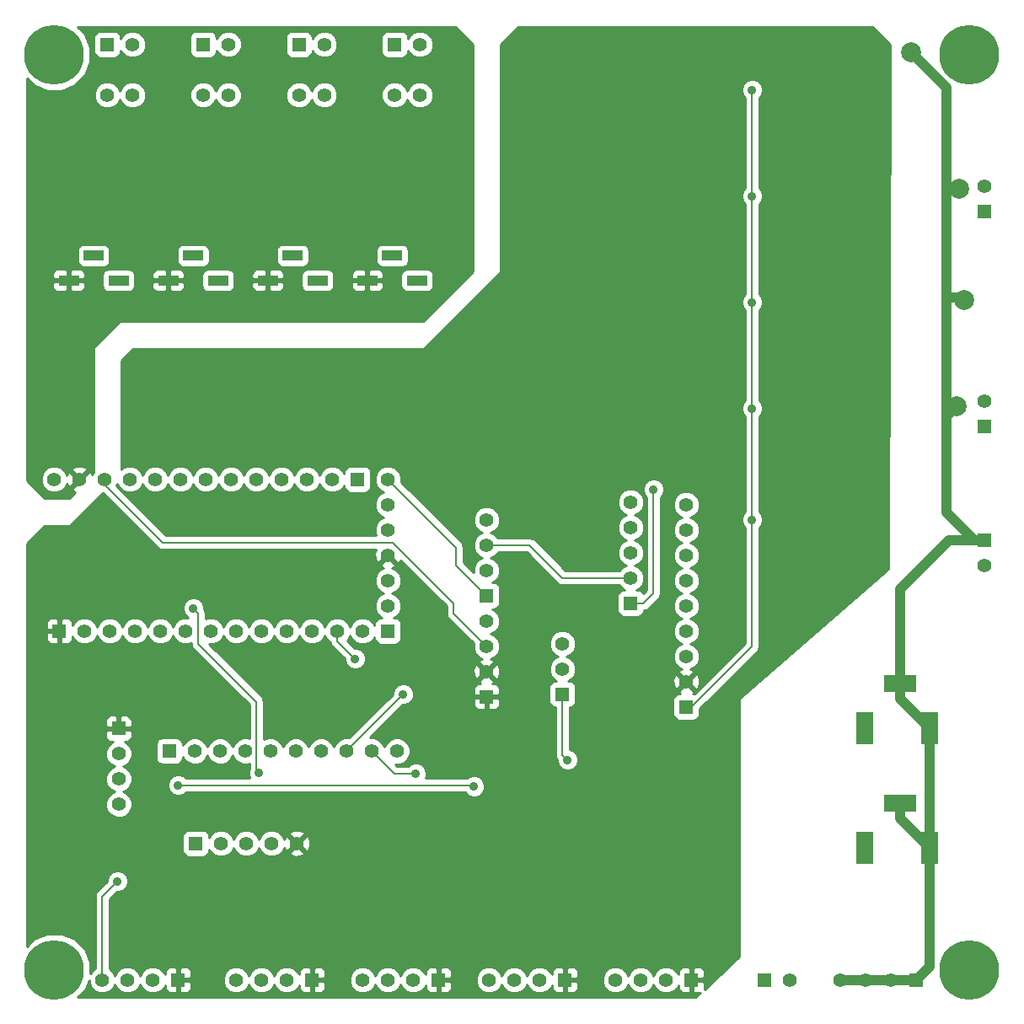
<source format=gbl>
G04 #@! TF.FileFunction,Copper,L2,Bot,Signal*
%FSLAX46Y46*%
G04 Gerber Fmt 4.6, Leading zero omitted, Abs format (unit mm)*
G04 Created by KiCad (PCBNEW 4.0.6) date 04/09/17 13:57:38*
%MOMM*%
%LPD*%
G01*
G04 APERTURE LIST*
%ADD10C,0.150000*%
%ADD11R,1.397000X1.397000*%
%ADD12C,1.397000*%
%ADD13C,5.999480*%
%ADD14R,1.800000X3.200000*%
%ADD15R,3.200000X1.800000*%
%ADD16R,2.000000X1.000000*%
%ADD17C,0.889000*%
%ADD18C,1.998980*%
%ADD19C,0.203200*%
%ADD20C,1.000760*%
%ADD21C,0.254000*%
G04 APERTURE END LIST*
D10*
D11*
X160020000Y-57150000D03*
D12*
X160020000Y-54610000D03*
D11*
X130048000Y-106934000D03*
D12*
X130048000Y-104394000D03*
X130048000Y-101854000D03*
X130048000Y-99314000D03*
X130048000Y-96774000D03*
X130048000Y-94234000D03*
X130048000Y-91694000D03*
X130048000Y-89154000D03*
X130048000Y-86614000D03*
D11*
X100076000Y-99314000D03*
D12*
X100076000Y-96774000D03*
X100076000Y-94234000D03*
X100076000Y-91694000D03*
X100076000Y-89154000D03*
X100076000Y-86614000D03*
X100076000Y-84074000D03*
D11*
X124460000Y-96520000D03*
D12*
X124460000Y-93980000D03*
X124460000Y-91440000D03*
X124460000Y-88900000D03*
X124460000Y-86360000D03*
D11*
X80772000Y-120650000D03*
D12*
X83312000Y-120650000D03*
X85852000Y-120650000D03*
X88392000Y-120650000D03*
X90932000Y-120650000D03*
D11*
X117856000Y-134366000D03*
D12*
X115316000Y-134366000D03*
X112776000Y-134366000D03*
X110236000Y-134366000D03*
D11*
X130556000Y-134366000D03*
D12*
X128016000Y-134366000D03*
X125476000Y-134366000D03*
X122936000Y-134366000D03*
D11*
X105156000Y-134366000D03*
D12*
X102616000Y-134366000D03*
X100076000Y-134366000D03*
X97536000Y-134366000D03*
D11*
X92456000Y-134366000D03*
D12*
X89916000Y-134366000D03*
X87376000Y-134366000D03*
X84836000Y-134366000D03*
D11*
X78994000Y-134366000D03*
D12*
X76454000Y-134366000D03*
X73914000Y-134366000D03*
X71374000Y-134366000D03*
D11*
X109982000Y-105918000D03*
D12*
X109982000Y-103378000D03*
X109982000Y-100838000D03*
X109982000Y-98298000D03*
D11*
X109982000Y-95758000D03*
D12*
X109982000Y-93218000D03*
X109982000Y-90678000D03*
X109982000Y-88138000D03*
D11*
X153162000Y-134366000D03*
D12*
X150622000Y-134366000D03*
X148082000Y-134366000D03*
X145542000Y-134366000D03*
D11*
X73025000Y-109093000D03*
D12*
X73025000Y-111633000D03*
X73025000Y-114173000D03*
X73025000Y-116713000D03*
D11*
X117602000Y-105664000D03*
D12*
X117602000Y-103124000D03*
X117602000Y-100584000D03*
D11*
X71882000Y-40386000D03*
D12*
X74422000Y-40386000D03*
D11*
X137922000Y-134366000D03*
D12*
X140462000Y-134366000D03*
D11*
X81502000Y-40386000D03*
D12*
X84042000Y-40386000D03*
D11*
X160020000Y-90170000D03*
D12*
X160020000Y-92710000D03*
D11*
X91122000Y-40386000D03*
D12*
X93662000Y-40386000D03*
D11*
X160020000Y-78740000D03*
D12*
X160020000Y-76200000D03*
D11*
X100742000Y-40386000D03*
D12*
X103282000Y-40386000D03*
D11*
X67056000Y-99314000D03*
D12*
X69596000Y-99314000D03*
X72136000Y-99314000D03*
X74676000Y-99314000D03*
X77216000Y-99314000D03*
X79756000Y-99314000D03*
X82296000Y-99314000D03*
X84836000Y-99314000D03*
X87376000Y-99314000D03*
X89916000Y-99314000D03*
X92456000Y-99314000D03*
X94996000Y-99314000D03*
X97536000Y-99314000D03*
D11*
X97028000Y-84074000D03*
D12*
X94488000Y-84074000D03*
X91948000Y-84074000D03*
X89408000Y-84074000D03*
X86868000Y-84074000D03*
X84328000Y-84074000D03*
X81788000Y-84074000D03*
X79248000Y-84074000D03*
X76708000Y-84074000D03*
X74168000Y-84074000D03*
X71628000Y-84074000D03*
X69088000Y-84074000D03*
X66548000Y-84074000D03*
D11*
X78105000Y-111379000D03*
D12*
X80645000Y-111379000D03*
X83185000Y-111379000D03*
X85725000Y-111379000D03*
X88265000Y-111379000D03*
X90805000Y-111379000D03*
X93345000Y-111379000D03*
X95885000Y-111379000D03*
X98425000Y-111379000D03*
X100965000Y-111379000D03*
X74422000Y-45466000D03*
X71882000Y-45466000D03*
X103282000Y-45466000D03*
X100742000Y-45466000D03*
X93662000Y-45466000D03*
X91122000Y-45466000D03*
X84042000Y-45466000D03*
X81502000Y-45466000D03*
D13*
X158496000Y-41402000D03*
X66548000Y-133350000D03*
X66548000Y-41402000D03*
X158496000Y-133350000D03*
D14*
X148000000Y-109100000D03*
X154500000Y-109100000D03*
D15*
X151500000Y-104600000D03*
D14*
X148000000Y-121100000D03*
X154500000Y-121100000D03*
D15*
X151500000Y-116600000D03*
D16*
X78000000Y-64100000D03*
X83000000Y-64100000D03*
X80500000Y-61600000D03*
X88000000Y-64100000D03*
X93000000Y-64100000D03*
X90500000Y-61600000D03*
X98000000Y-64100000D03*
X103000000Y-64100000D03*
X100500000Y-61600000D03*
X68000000Y-64100000D03*
X73000000Y-64100000D03*
X70500000Y-61600000D03*
D17*
X80518000Y-97028000D03*
X87122000Y-113538000D03*
X136652000Y-44958000D03*
X136652000Y-55626000D03*
X136652000Y-66294000D03*
X136652000Y-76962000D03*
X136652000Y-88138000D03*
X118110000Y-112268000D03*
X72898000Y-124460000D03*
X102870000Y-113665000D03*
X135636000Y-91186000D03*
X135128000Y-80010000D03*
X135382000Y-69342000D03*
X135128000Y-48006000D03*
X135382000Y-58674000D03*
X77216000Y-127000000D03*
X144272000Y-53340000D03*
X144272000Y-64262000D03*
X144018000Y-74930000D03*
X144018000Y-85344000D03*
X144272000Y-96520000D03*
D18*
X157226000Y-76708000D03*
X157988000Y-66040000D03*
X157480000Y-54864000D03*
X152654000Y-41148000D03*
D17*
X126746000Y-85090000D03*
X108712000Y-114935000D03*
X78994000Y-114808000D03*
X96774000Y-102108000D03*
X101600000Y-105664000D03*
D19*
X81026000Y-100584000D02*
X81026000Y-97536000D01*
X81026000Y-97536000D02*
X80518000Y-97028000D01*
X86868000Y-106426000D02*
X81026000Y-100584000D01*
X86868000Y-113284000D02*
X86868000Y-106426000D01*
X87122000Y-113538000D02*
X86868000Y-113284000D01*
X106680000Y-97536000D02*
X109982000Y-100838000D01*
X106680000Y-96520000D02*
X106680000Y-97536000D01*
X100584000Y-90424000D02*
X106680000Y-96520000D01*
X77470000Y-90424000D02*
X100584000Y-90424000D01*
X71628000Y-84582000D02*
X77470000Y-90424000D01*
X71628000Y-84074000D02*
X71628000Y-84582000D01*
X130556000Y-106934000D02*
X136652000Y-100838000D01*
X136652000Y-100838000D02*
X136652000Y-88138000D01*
X136652000Y-88138000D02*
X136652000Y-76962000D01*
X136652000Y-76962000D02*
X136652000Y-66294000D01*
X136652000Y-66294000D02*
X136652000Y-55626000D01*
X136652000Y-55626000D02*
X136652000Y-44958000D01*
X130048000Y-106934000D02*
X130556000Y-106934000D01*
X117602000Y-111760000D02*
X118110000Y-112268000D01*
X117602000Y-105664000D02*
X117602000Y-111760000D01*
X72898000Y-124460000D02*
X71374000Y-125984000D01*
X71374000Y-125984000D02*
X71374000Y-134366000D01*
X102870000Y-113665000D02*
X100711000Y-113665000D01*
X100711000Y-113665000D02*
X98425000Y-111379000D01*
D20*
X156210000Y-78232000D02*
X156210000Y-77724000D01*
X156210000Y-77724000D02*
X157226000Y-76708000D01*
X156210000Y-65786000D02*
X157734000Y-65786000D01*
X157734000Y-65786000D02*
X157988000Y-66040000D01*
X156210000Y-54864000D02*
X157480000Y-54864000D01*
X160020000Y-90170000D02*
X159004000Y-90170000D01*
X156210000Y-44704000D02*
X152654000Y-41148000D01*
X156210000Y-87376000D02*
X156210000Y-78232000D01*
X156210000Y-78232000D02*
X156210000Y-65786000D01*
X156210000Y-65786000D02*
X156210000Y-54864000D01*
X156210000Y-54864000D02*
X156210000Y-44704000D01*
X159004000Y-90170000D02*
X156210000Y-87376000D01*
X154500000Y-121100000D02*
X154500000Y-133028000D01*
X154500000Y-133028000D02*
X153162000Y-134366000D01*
X151500000Y-116600000D02*
X151500000Y-118100000D01*
X151500000Y-118100000D02*
X154500000Y-121100000D01*
X154500000Y-109100000D02*
X154500000Y-121100000D01*
X151500000Y-104600000D02*
X151500000Y-106100000D01*
X151500000Y-106100000D02*
X154500000Y-109100000D01*
X160020000Y-90170000D02*
X156430000Y-90170000D01*
X156430000Y-90170000D02*
X151500000Y-95100000D01*
X151500000Y-95100000D02*
X151500000Y-104600000D01*
X153162000Y-134366000D02*
X150622000Y-134366000D01*
X150622000Y-134366000D02*
X148082000Y-134366000D01*
X148082000Y-134366000D02*
X145542000Y-134366000D01*
D19*
X126746000Y-85090000D02*
X126746000Y-95504000D01*
X126746000Y-95504000D02*
X125730000Y-96520000D01*
X125730000Y-96520000D02*
X124460000Y-96520000D01*
X108712000Y-114935000D02*
X108585000Y-114808000D01*
X108585000Y-114808000D02*
X78994000Y-114808000D01*
X117602000Y-93980000D02*
X114300000Y-90678000D01*
X124460000Y-93980000D02*
X117602000Y-93980000D01*
X114300000Y-90678000D02*
X109982000Y-90678000D01*
X106934000Y-92710000D02*
X106934000Y-90932000D01*
X106934000Y-90932000D02*
X100076000Y-84074000D01*
X109982000Y-95758000D02*
X106934000Y-92710000D01*
X94996000Y-100330000D02*
X96774000Y-102108000D01*
X94996000Y-99314000D02*
X94996000Y-100330000D01*
X95885000Y-111379000D02*
X99822000Y-107442000D01*
X99822000Y-107442000D02*
X101600000Y-105664000D01*
D21*
G36*
X108585000Y-40438606D02*
X108585000Y-63193394D01*
X103579394Y-68199000D01*
X73152000Y-68199000D01*
X73102590Y-68209006D01*
X73062197Y-68236197D01*
X70522197Y-70776197D01*
X70494334Y-70818211D01*
X70485000Y-70866000D01*
X70485000Y-83349371D01*
X70368528Y-83629866D01*
X70363101Y-83635293D01*
X70257800Y-83381071D01*
X70022188Y-83319417D01*
X69267605Y-84074000D01*
X69281748Y-84088143D01*
X69102143Y-84267748D01*
X69088000Y-84253605D01*
X68333417Y-85008188D01*
X68395071Y-85243800D01*
X68660997Y-85337397D01*
X68019394Y-85979000D01*
X65584606Y-85979000D01*
X63943692Y-84338086D01*
X65214269Y-84338086D01*
X65416854Y-84828380D01*
X65791647Y-85203827D01*
X66281587Y-85407268D01*
X66812086Y-85407731D01*
X67302380Y-85205146D01*
X67677827Y-84830353D01*
X67811314Y-84508882D01*
X67918200Y-84766929D01*
X68153812Y-84828583D01*
X68908395Y-84074000D01*
X68153812Y-83319417D01*
X67918200Y-83381071D01*
X67819917Y-83660312D01*
X67679146Y-83319620D01*
X67499652Y-83139812D01*
X68333417Y-83139812D01*
X69088000Y-83894395D01*
X69842583Y-83139812D01*
X69780929Y-82904200D01*
X69280520Y-82728073D01*
X68750801Y-82756852D01*
X68395071Y-82904200D01*
X68333417Y-83139812D01*
X67499652Y-83139812D01*
X67304353Y-82944173D01*
X66814413Y-82740732D01*
X66283914Y-82740269D01*
X65793620Y-82942854D01*
X65418173Y-83317647D01*
X65214732Y-83807587D01*
X65214269Y-84338086D01*
X63943692Y-84338086D01*
X63779400Y-84173794D01*
X63779400Y-64385750D01*
X66365000Y-64385750D01*
X66365000Y-64726310D01*
X66461673Y-64959699D01*
X66640302Y-65138327D01*
X66873691Y-65235000D01*
X67714250Y-65235000D01*
X67873000Y-65076250D01*
X67873000Y-64227000D01*
X68127000Y-64227000D01*
X68127000Y-65076250D01*
X68285750Y-65235000D01*
X69126309Y-65235000D01*
X69359698Y-65138327D01*
X69538327Y-64959699D01*
X69635000Y-64726310D01*
X69635000Y-64385750D01*
X69476250Y-64227000D01*
X68127000Y-64227000D01*
X67873000Y-64227000D01*
X66523750Y-64227000D01*
X66365000Y-64385750D01*
X63779400Y-64385750D01*
X63779400Y-63473690D01*
X66365000Y-63473690D01*
X66365000Y-63814250D01*
X66523750Y-63973000D01*
X67873000Y-63973000D01*
X67873000Y-63123750D01*
X68127000Y-63123750D01*
X68127000Y-63973000D01*
X69476250Y-63973000D01*
X69635000Y-63814250D01*
X69635000Y-63600000D01*
X71352560Y-63600000D01*
X71352560Y-64600000D01*
X71396838Y-64835317D01*
X71535910Y-65051441D01*
X71748110Y-65196431D01*
X72000000Y-65247440D01*
X74000000Y-65247440D01*
X74235317Y-65203162D01*
X74451441Y-65064090D01*
X74596431Y-64851890D01*
X74647440Y-64600000D01*
X74647440Y-64385750D01*
X76365000Y-64385750D01*
X76365000Y-64726310D01*
X76461673Y-64959699D01*
X76640302Y-65138327D01*
X76873691Y-65235000D01*
X77714250Y-65235000D01*
X77873000Y-65076250D01*
X77873000Y-64227000D01*
X78127000Y-64227000D01*
X78127000Y-65076250D01*
X78285750Y-65235000D01*
X79126309Y-65235000D01*
X79359698Y-65138327D01*
X79538327Y-64959699D01*
X79635000Y-64726310D01*
X79635000Y-64385750D01*
X79476250Y-64227000D01*
X78127000Y-64227000D01*
X77873000Y-64227000D01*
X76523750Y-64227000D01*
X76365000Y-64385750D01*
X74647440Y-64385750D01*
X74647440Y-63600000D01*
X74623674Y-63473690D01*
X76365000Y-63473690D01*
X76365000Y-63814250D01*
X76523750Y-63973000D01*
X77873000Y-63973000D01*
X77873000Y-63123750D01*
X78127000Y-63123750D01*
X78127000Y-63973000D01*
X79476250Y-63973000D01*
X79635000Y-63814250D01*
X79635000Y-63600000D01*
X81352560Y-63600000D01*
X81352560Y-64600000D01*
X81396838Y-64835317D01*
X81535910Y-65051441D01*
X81748110Y-65196431D01*
X82000000Y-65247440D01*
X84000000Y-65247440D01*
X84235317Y-65203162D01*
X84451441Y-65064090D01*
X84596431Y-64851890D01*
X84647440Y-64600000D01*
X84647440Y-64385750D01*
X86365000Y-64385750D01*
X86365000Y-64726310D01*
X86461673Y-64959699D01*
X86640302Y-65138327D01*
X86873691Y-65235000D01*
X87714250Y-65235000D01*
X87873000Y-65076250D01*
X87873000Y-64227000D01*
X88127000Y-64227000D01*
X88127000Y-65076250D01*
X88285750Y-65235000D01*
X89126309Y-65235000D01*
X89359698Y-65138327D01*
X89538327Y-64959699D01*
X89635000Y-64726310D01*
X89635000Y-64385750D01*
X89476250Y-64227000D01*
X88127000Y-64227000D01*
X87873000Y-64227000D01*
X86523750Y-64227000D01*
X86365000Y-64385750D01*
X84647440Y-64385750D01*
X84647440Y-63600000D01*
X84623674Y-63473690D01*
X86365000Y-63473690D01*
X86365000Y-63814250D01*
X86523750Y-63973000D01*
X87873000Y-63973000D01*
X87873000Y-63123750D01*
X88127000Y-63123750D01*
X88127000Y-63973000D01*
X89476250Y-63973000D01*
X89635000Y-63814250D01*
X89635000Y-63600000D01*
X91352560Y-63600000D01*
X91352560Y-64600000D01*
X91396838Y-64835317D01*
X91535910Y-65051441D01*
X91748110Y-65196431D01*
X92000000Y-65247440D01*
X94000000Y-65247440D01*
X94235317Y-65203162D01*
X94451441Y-65064090D01*
X94596431Y-64851890D01*
X94647440Y-64600000D01*
X94647440Y-64385750D01*
X96365000Y-64385750D01*
X96365000Y-64726310D01*
X96461673Y-64959699D01*
X96640302Y-65138327D01*
X96873691Y-65235000D01*
X97714250Y-65235000D01*
X97873000Y-65076250D01*
X97873000Y-64227000D01*
X98127000Y-64227000D01*
X98127000Y-65076250D01*
X98285750Y-65235000D01*
X99126309Y-65235000D01*
X99359698Y-65138327D01*
X99538327Y-64959699D01*
X99635000Y-64726310D01*
X99635000Y-64385750D01*
X99476250Y-64227000D01*
X98127000Y-64227000D01*
X97873000Y-64227000D01*
X96523750Y-64227000D01*
X96365000Y-64385750D01*
X94647440Y-64385750D01*
X94647440Y-63600000D01*
X94623674Y-63473690D01*
X96365000Y-63473690D01*
X96365000Y-63814250D01*
X96523750Y-63973000D01*
X97873000Y-63973000D01*
X97873000Y-63123750D01*
X98127000Y-63123750D01*
X98127000Y-63973000D01*
X99476250Y-63973000D01*
X99635000Y-63814250D01*
X99635000Y-63600000D01*
X101352560Y-63600000D01*
X101352560Y-64600000D01*
X101396838Y-64835317D01*
X101535910Y-65051441D01*
X101748110Y-65196431D01*
X102000000Y-65247440D01*
X104000000Y-65247440D01*
X104235317Y-65203162D01*
X104451441Y-65064090D01*
X104596431Y-64851890D01*
X104647440Y-64600000D01*
X104647440Y-63600000D01*
X104603162Y-63364683D01*
X104464090Y-63148559D01*
X104251890Y-63003569D01*
X104000000Y-62952560D01*
X102000000Y-62952560D01*
X101764683Y-62996838D01*
X101548559Y-63135910D01*
X101403569Y-63348110D01*
X101352560Y-63600000D01*
X99635000Y-63600000D01*
X99635000Y-63473690D01*
X99538327Y-63240301D01*
X99359698Y-63061673D01*
X99126309Y-62965000D01*
X98285750Y-62965000D01*
X98127000Y-63123750D01*
X97873000Y-63123750D01*
X97714250Y-62965000D01*
X96873691Y-62965000D01*
X96640302Y-63061673D01*
X96461673Y-63240301D01*
X96365000Y-63473690D01*
X94623674Y-63473690D01*
X94603162Y-63364683D01*
X94464090Y-63148559D01*
X94251890Y-63003569D01*
X94000000Y-62952560D01*
X92000000Y-62952560D01*
X91764683Y-62996838D01*
X91548559Y-63135910D01*
X91403569Y-63348110D01*
X91352560Y-63600000D01*
X89635000Y-63600000D01*
X89635000Y-63473690D01*
X89538327Y-63240301D01*
X89359698Y-63061673D01*
X89126309Y-62965000D01*
X88285750Y-62965000D01*
X88127000Y-63123750D01*
X87873000Y-63123750D01*
X87714250Y-62965000D01*
X86873691Y-62965000D01*
X86640302Y-63061673D01*
X86461673Y-63240301D01*
X86365000Y-63473690D01*
X84623674Y-63473690D01*
X84603162Y-63364683D01*
X84464090Y-63148559D01*
X84251890Y-63003569D01*
X84000000Y-62952560D01*
X82000000Y-62952560D01*
X81764683Y-62996838D01*
X81548559Y-63135910D01*
X81403569Y-63348110D01*
X81352560Y-63600000D01*
X79635000Y-63600000D01*
X79635000Y-63473690D01*
X79538327Y-63240301D01*
X79359698Y-63061673D01*
X79126309Y-62965000D01*
X78285750Y-62965000D01*
X78127000Y-63123750D01*
X77873000Y-63123750D01*
X77714250Y-62965000D01*
X76873691Y-62965000D01*
X76640302Y-63061673D01*
X76461673Y-63240301D01*
X76365000Y-63473690D01*
X74623674Y-63473690D01*
X74603162Y-63364683D01*
X74464090Y-63148559D01*
X74251890Y-63003569D01*
X74000000Y-62952560D01*
X72000000Y-62952560D01*
X71764683Y-62996838D01*
X71548559Y-63135910D01*
X71403569Y-63348110D01*
X71352560Y-63600000D01*
X69635000Y-63600000D01*
X69635000Y-63473690D01*
X69538327Y-63240301D01*
X69359698Y-63061673D01*
X69126309Y-62965000D01*
X68285750Y-62965000D01*
X68127000Y-63123750D01*
X67873000Y-63123750D01*
X67714250Y-62965000D01*
X66873691Y-62965000D01*
X66640302Y-63061673D01*
X66461673Y-63240301D01*
X66365000Y-63473690D01*
X63779400Y-63473690D01*
X63779400Y-61100000D01*
X68852560Y-61100000D01*
X68852560Y-62100000D01*
X68896838Y-62335317D01*
X69035910Y-62551441D01*
X69248110Y-62696431D01*
X69500000Y-62747440D01*
X71500000Y-62747440D01*
X71735317Y-62703162D01*
X71951441Y-62564090D01*
X72096431Y-62351890D01*
X72147440Y-62100000D01*
X72147440Y-61100000D01*
X78852560Y-61100000D01*
X78852560Y-62100000D01*
X78896838Y-62335317D01*
X79035910Y-62551441D01*
X79248110Y-62696431D01*
X79500000Y-62747440D01*
X81500000Y-62747440D01*
X81735317Y-62703162D01*
X81951441Y-62564090D01*
X82096431Y-62351890D01*
X82147440Y-62100000D01*
X82147440Y-61100000D01*
X88852560Y-61100000D01*
X88852560Y-62100000D01*
X88896838Y-62335317D01*
X89035910Y-62551441D01*
X89248110Y-62696431D01*
X89500000Y-62747440D01*
X91500000Y-62747440D01*
X91735317Y-62703162D01*
X91951441Y-62564090D01*
X92096431Y-62351890D01*
X92147440Y-62100000D01*
X92147440Y-61100000D01*
X98852560Y-61100000D01*
X98852560Y-62100000D01*
X98896838Y-62335317D01*
X99035910Y-62551441D01*
X99248110Y-62696431D01*
X99500000Y-62747440D01*
X101500000Y-62747440D01*
X101735317Y-62703162D01*
X101951441Y-62564090D01*
X102096431Y-62351890D01*
X102147440Y-62100000D01*
X102147440Y-61100000D01*
X102103162Y-60864683D01*
X101964090Y-60648559D01*
X101751890Y-60503569D01*
X101500000Y-60452560D01*
X99500000Y-60452560D01*
X99264683Y-60496838D01*
X99048559Y-60635910D01*
X98903569Y-60848110D01*
X98852560Y-61100000D01*
X92147440Y-61100000D01*
X92103162Y-60864683D01*
X91964090Y-60648559D01*
X91751890Y-60503569D01*
X91500000Y-60452560D01*
X89500000Y-60452560D01*
X89264683Y-60496838D01*
X89048559Y-60635910D01*
X88903569Y-60848110D01*
X88852560Y-61100000D01*
X82147440Y-61100000D01*
X82103162Y-60864683D01*
X81964090Y-60648559D01*
X81751890Y-60503569D01*
X81500000Y-60452560D01*
X79500000Y-60452560D01*
X79264683Y-60496838D01*
X79048559Y-60635910D01*
X78903569Y-60848110D01*
X78852560Y-61100000D01*
X72147440Y-61100000D01*
X72103162Y-60864683D01*
X71964090Y-60648559D01*
X71751890Y-60503569D01*
X71500000Y-60452560D01*
X69500000Y-60452560D01*
X69264683Y-60496838D01*
X69048559Y-60635910D01*
X68903569Y-60848110D01*
X68852560Y-61100000D01*
X63779400Y-61100000D01*
X63779400Y-45730086D01*
X70548269Y-45730086D01*
X70750854Y-46220380D01*
X71125647Y-46595827D01*
X71615587Y-46799268D01*
X72146086Y-46799731D01*
X72636380Y-46597146D01*
X73011827Y-46222353D01*
X73152094Y-45884554D01*
X73290854Y-46220380D01*
X73665647Y-46595827D01*
X74155587Y-46799268D01*
X74686086Y-46799731D01*
X75176380Y-46597146D01*
X75551827Y-46222353D01*
X75755268Y-45732413D01*
X75755270Y-45730086D01*
X80168269Y-45730086D01*
X80370854Y-46220380D01*
X80745647Y-46595827D01*
X81235587Y-46799268D01*
X81766086Y-46799731D01*
X82256380Y-46597146D01*
X82631827Y-46222353D01*
X82772094Y-45884554D01*
X82910854Y-46220380D01*
X83285647Y-46595827D01*
X83775587Y-46799268D01*
X84306086Y-46799731D01*
X84796380Y-46597146D01*
X85171827Y-46222353D01*
X85375268Y-45732413D01*
X85375270Y-45730086D01*
X89788269Y-45730086D01*
X89990854Y-46220380D01*
X90365647Y-46595827D01*
X90855587Y-46799268D01*
X91386086Y-46799731D01*
X91876380Y-46597146D01*
X92251827Y-46222353D01*
X92392094Y-45884554D01*
X92530854Y-46220380D01*
X92905647Y-46595827D01*
X93395587Y-46799268D01*
X93926086Y-46799731D01*
X94416380Y-46597146D01*
X94791827Y-46222353D01*
X94995268Y-45732413D01*
X94995270Y-45730086D01*
X99408269Y-45730086D01*
X99610854Y-46220380D01*
X99985647Y-46595827D01*
X100475587Y-46799268D01*
X101006086Y-46799731D01*
X101496380Y-46597146D01*
X101871827Y-46222353D01*
X102012094Y-45884554D01*
X102150854Y-46220380D01*
X102525647Y-46595827D01*
X103015587Y-46799268D01*
X103546086Y-46799731D01*
X104036380Y-46597146D01*
X104411827Y-46222353D01*
X104615268Y-45732413D01*
X104615731Y-45201914D01*
X104413146Y-44711620D01*
X104038353Y-44336173D01*
X103548413Y-44132732D01*
X103017914Y-44132269D01*
X102527620Y-44334854D01*
X102152173Y-44709647D01*
X102011906Y-45047446D01*
X101873146Y-44711620D01*
X101498353Y-44336173D01*
X101008413Y-44132732D01*
X100477914Y-44132269D01*
X99987620Y-44334854D01*
X99612173Y-44709647D01*
X99408732Y-45199587D01*
X99408269Y-45730086D01*
X94995270Y-45730086D01*
X94995731Y-45201914D01*
X94793146Y-44711620D01*
X94418353Y-44336173D01*
X93928413Y-44132732D01*
X93397914Y-44132269D01*
X92907620Y-44334854D01*
X92532173Y-44709647D01*
X92391906Y-45047446D01*
X92253146Y-44711620D01*
X91878353Y-44336173D01*
X91388413Y-44132732D01*
X90857914Y-44132269D01*
X90367620Y-44334854D01*
X89992173Y-44709647D01*
X89788732Y-45199587D01*
X89788269Y-45730086D01*
X85375270Y-45730086D01*
X85375731Y-45201914D01*
X85173146Y-44711620D01*
X84798353Y-44336173D01*
X84308413Y-44132732D01*
X83777914Y-44132269D01*
X83287620Y-44334854D01*
X82912173Y-44709647D01*
X82771906Y-45047446D01*
X82633146Y-44711620D01*
X82258353Y-44336173D01*
X81768413Y-44132732D01*
X81237914Y-44132269D01*
X80747620Y-44334854D01*
X80372173Y-44709647D01*
X80168732Y-45199587D01*
X80168269Y-45730086D01*
X75755270Y-45730086D01*
X75755731Y-45201914D01*
X75553146Y-44711620D01*
X75178353Y-44336173D01*
X74688413Y-44132732D01*
X74157914Y-44132269D01*
X73667620Y-44334854D01*
X73292173Y-44709647D01*
X73151906Y-45047446D01*
X73013146Y-44711620D01*
X72638353Y-44336173D01*
X72148413Y-44132732D01*
X71617914Y-44132269D01*
X71127620Y-44334854D01*
X70752173Y-44709647D01*
X70548732Y-45199587D01*
X70548269Y-45730086D01*
X63779400Y-45730086D01*
X63779400Y-43773354D01*
X64486397Y-44481586D01*
X65821834Y-45036108D01*
X67267823Y-45037370D01*
X68604225Y-44485180D01*
X69627586Y-43463603D01*
X70182108Y-42128166D01*
X70183370Y-40682177D01*
X69772378Y-39687500D01*
X70536060Y-39687500D01*
X70536060Y-41084500D01*
X70580338Y-41319817D01*
X70719410Y-41535941D01*
X70931610Y-41680931D01*
X71183500Y-41731940D01*
X72580500Y-41731940D01*
X72815817Y-41687662D01*
X73031941Y-41548590D01*
X73176931Y-41336390D01*
X73227940Y-41084500D01*
X73227940Y-40988116D01*
X73290854Y-41140380D01*
X73665647Y-41515827D01*
X74155587Y-41719268D01*
X74686086Y-41719731D01*
X75176380Y-41517146D01*
X75551827Y-41142353D01*
X75755268Y-40652413D01*
X75755731Y-40121914D01*
X75576236Y-39687500D01*
X80156060Y-39687500D01*
X80156060Y-41084500D01*
X80200338Y-41319817D01*
X80339410Y-41535941D01*
X80551610Y-41680931D01*
X80803500Y-41731940D01*
X82200500Y-41731940D01*
X82435817Y-41687662D01*
X82651941Y-41548590D01*
X82796931Y-41336390D01*
X82847940Y-41084500D01*
X82847940Y-40988116D01*
X82910854Y-41140380D01*
X83285647Y-41515827D01*
X83775587Y-41719268D01*
X84306086Y-41719731D01*
X84796380Y-41517146D01*
X85171827Y-41142353D01*
X85375268Y-40652413D01*
X85375731Y-40121914D01*
X85196236Y-39687500D01*
X89776060Y-39687500D01*
X89776060Y-41084500D01*
X89820338Y-41319817D01*
X89959410Y-41535941D01*
X90171610Y-41680931D01*
X90423500Y-41731940D01*
X91820500Y-41731940D01*
X92055817Y-41687662D01*
X92271941Y-41548590D01*
X92416931Y-41336390D01*
X92467940Y-41084500D01*
X92467940Y-40988116D01*
X92530854Y-41140380D01*
X92905647Y-41515827D01*
X93395587Y-41719268D01*
X93926086Y-41719731D01*
X94416380Y-41517146D01*
X94791827Y-41142353D01*
X94995268Y-40652413D01*
X94995731Y-40121914D01*
X94816236Y-39687500D01*
X99396060Y-39687500D01*
X99396060Y-41084500D01*
X99440338Y-41319817D01*
X99579410Y-41535941D01*
X99791610Y-41680931D01*
X100043500Y-41731940D01*
X101440500Y-41731940D01*
X101675817Y-41687662D01*
X101891941Y-41548590D01*
X102036931Y-41336390D01*
X102087940Y-41084500D01*
X102087940Y-40988116D01*
X102150854Y-41140380D01*
X102525647Y-41515827D01*
X103015587Y-41719268D01*
X103546086Y-41719731D01*
X104036380Y-41517146D01*
X104411827Y-41142353D01*
X104615268Y-40652413D01*
X104615731Y-40121914D01*
X104413146Y-39631620D01*
X104038353Y-39256173D01*
X103548413Y-39052732D01*
X103017914Y-39052269D01*
X102527620Y-39254854D01*
X102152173Y-39629647D01*
X102087940Y-39784337D01*
X102087940Y-39687500D01*
X102043662Y-39452183D01*
X101904590Y-39236059D01*
X101692390Y-39091069D01*
X101440500Y-39040060D01*
X100043500Y-39040060D01*
X99808183Y-39084338D01*
X99592059Y-39223410D01*
X99447069Y-39435610D01*
X99396060Y-39687500D01*
X94816236Y-39687500D01*
X94793146Y-39631620D01*
X94418353Y-39256173D01*
X93928413Y-39052732D01*
X93397914Y-39052269D01*
X92907620Y-39254854D01*
X92532173Y-39629647D01*
X92467940Y-39784337D01*
X92467940Y-39687500D01*
X92423662Y-39452183D01*
X92284590Y-39236059D01*
X92072390Y-39091069D01*
X91820500Y-39040060D01*
X90423500Y-39040060D01*
X90188183Y-39084338D01*
X89972059Y-39223410D01*
X89827069Y-39435610D01*
X89776060Y-39687500D01*
X85196236Y-39687500D01*
X85173146Y-39631620D01*
X84798353Y-39256173D01*
X84308413Y-39052732D01*
X83777914Y-39052269D01*
X83287620Y-39254854D01*
X82912173Y-39629647D01*
X82847940Y-39784337D01*
X82847940Y-39687500D01*
X82803662Y-39452183D01*
X82664590Y-39236059D01*
X82452390Y-39091069D01*
X82200500Y-39040060D01*
X80803500Y-39040060D01*
X80568183Y-39084338D01*
X80352059Y-39223410D01*
X80207069Y-39435610D01*
X80156060Y-39687500D01*
X75576236Y-39687500D01*
X75553146Y-39631620D01*
X75178353Y-39256173D01*
X74688413Y-39052732D01*
X74157914Y-39052269D01*
X73667620Y-39254854D01*
X73292173Y-39629647D01*
X73227940Y-39784337D01*
X73227940Y-39687500D01*
X73183662Y-39452183D01*
X73044590Y-39236059D01*
X72832390Y-39091069D01*
X72580500Y-39040060D01*
X71183500Y-39040060D01*
X70948183Y-39084338D01*
X70732059Y-39223410D01*
X70587069Y-39435610D01*
X70536060Y-39687500D01*
X69772378Y-39687500D01*
X69631180Y-39345775D01*
X68920047Y-38633400D01*
X106779794Y-38633400D01*
X108585000Y-40438606D01*
X108585000Y-40438606D01*
G37*
X108585000Y-40438606D02*
X108585000Y-63193394D01*
X103579394Y-68199000D01*
X73152000Y-68199000D01*
X73102590Y-68209006D01*
X73062197Y-68236197D01*
X70522197Y-70776197D01*
X70494334Y-70818211D01*
X70485000Y-70866000D01*
X70485000Y-83349371D01*
X70368528Y-83629866D01*
X70363101Y-83635293D01*
X70257800Y-83381071D01*
X70022188Y-83319417D01*
X69267605Y-84074000D01*
X69281748Y-84088143D01*
X69102143Y-84267748D01*
X69088000Y-84253605D01*
X68333417Y-85008188D01*
X68395071Y-85243800D01*
X68660997Y-85337397D01*
X68019394Y-85979000D01*
X65584606Y-85979000D01*
X63943692Y-84338086D01*
X65214269Y-84338086D01*
X65416854Y-84828380D01*
X65791647Y-85203827D01*
X66281587Y-85407268D01*
X66812086Y-85407731D01*
X67302380Y-85205146D01*
X67677827Y-84830353D01*
X67811314Y-84508882D01*
X67918200Y-84766929D01*
X68153812Y-84828583D01*
X68908395Y-84074000D01*
X68153812Y-83319417D01*
X67918200Y-83381071D01*
X67819917Y-83660312D01*
X67679146Y-83319620D01*
X67499652Y-83139812D01*
X68333417Y-83139812D01*
X69088000Y-83894395D01*
X69842583Y-83139812D01*
X69780929Y-82904200D01*
X69280520Y-82728073D01*
X68750801Y-82756852D01*
X68395071Y-82904200D01*
X68333417Y-83139812D01*
X67499652Y-83139812D01*
X67304353Y-82944173D01*
X66814413Y-82740732D01*
X66283914Y-82740269D01*
X65793620Y-82942854D01*
X65418173Y-83317647D01*
X65214732Y-83807587D01*
X65214269Y-84338086D01*
X63943692Y-84338086D01*
X63779400Y-84173794D01*
X63779400Y-64385750D01*
X66365000Y-64385750D01*
X66365000Y-64726310D01*
X66461673Y-64959699D01*
X66640302Y-65138327D01*
X66873691Y-65235000D01*
X67714250Y-65235000D01*
X67873000Y-65076250D01*
X67873000Y-64227000D01*
X68127000Y-64227000D01*
X68127000Y-65076250D01*
X68285750Y-65235000D01*
X69126309Y-65235000D01*
X69359698Y-65138327D01*
X69538327Y-64959699D01*
X69635000Y-64726310D01*
X69635000Y-64385750D01*
X69476250Y-64227000D01*
X68127000Y-64227000D01*
X67873000Y-64227000D01*
X66523750Y-64227000D01*
X66365000Y-64385750D01*
X63779400Y-64385750D01*
X63779400Y-63473690D01*
X66365000Y-63473690D01*
X66365000Y-63814250D01*
X66523750Y-63973000D01*
X67873000Y-63973000D01*
X67873000Y-63123750D01*
X68127000Y-63123750D01*
X68127000Y-63973000D01*
X69476250Y-63973000D01*
X69635000Y-63814250D01*
X69635000Y-63600000D01*
X71352560Y-63600000D01*
X71352560Y-64600000D01*
X71396838Y-64835317D01*
X71535910Y-65051441D01*
X71748110Y-65196431D01*
X72000000Y-65247440D01*
X74000000Y-65247440D01*
X74235317Y-65203162D01*
X74451441Y-65064090D01*
X74596431Y-64851890D01*
X74647440Y-64600000D01*
X74647440Y-64385750D01*
X76365000Y-64385750D01*
X76365000Y-64726310D01*
X76461673Y-64959699D01*
X76640302Y-65138327D01*
X76873691Y-65235000D01*
X77714250Y-65235000D01*
X77873000Y-65076250D01*
X77873000Y-64227000D01*
X78127000Y-64227000D01*
X78127000Y-65076250D01*
X78285750Y-65235000D01*
X79126309Y-65235000D01*
X79359698Y-65138327D01*
X79538327Y-64959699D01*
X79635000Y-64726310D01*
X79635000Y-64385750D01*
X79476250Y-64227000D01*
X78127000Y-64227000D01*
X77873000Y-64227000D01*
X76523750Y-64227000D01*
X76365000Y-64385750D01*
X74647440Y-64385750D01*
X74647440Y-63600000D01*
X74623674Y-63473690D01*
X76365000Y-63473690D01*
X76365000Y-63814250D01*
X76523750Y-63973000D01*
X77873000Y-63973000D01*
X77873000Y-63123750D01*
X78127000Y-63123750D01*
X78127000Y-63973000D01*
X79476250Y-63973000D01*
X79635000Y-63814250D01*
X79635000Y-63600000D01*
X81352560Y-63600000D01*
X81352560Y-64600000D01*
X81396838Y-64835317D01*
X81535910Y-65051441D01*
X81748110Y-65196431D01*
X82000000Y-65247440D01*
X84000000Y-65247440D01*
X84235317Y-65203162D01*
X84451441Y-65064090D01*
X84596431Y-64851890D01*
X84647440Y-64600000D01*
X84647440Y-64385750D01*
X86365000Y-64385750D01*
X86365000Y-64726310D01*
X86461673Y-64959699D01*
X86640302Y-65138327D01*
X86873691Y-65235000D01*
X87714250Y-65235000D01*
X87873000Y-65076250D01*
X87873000Y-64227000D01*
X88127000Y-64227000D01*
X88127000Y-65076250D01*
X88285750Y-65235000D01*
X89126309Y-65235000D01*
X89359698Y-65138327D01*
X89538327Y-64959699D01*
X89635000Y-64726310D01*
X89635000Y-64385750D01*
X89476250Y-64227000D01*
X88127000Y-64227000D01*
X87873000Y-64227000D01*
X86523750Y-64227000D01*
X86365000Y-64385750D01*
X84647440Y-64385750D01*
X84647440Y-63600000D01*
X84623674Y-63473690D01*
X86365000Y-63473690D01*
X86365000Y-63814250D01*
X86523750Y-63973000D01*
X87873000Y-63973000D01*
X87873000Y-63123750D01*
X88127000Y-63123750D01*
X88127000Y-63973000D01*
X89476250Y-63973000D01*
X89635000Y-63814250D01*
X89635000Y-63600000D01*
X91352560Y-63600000D01*
X91352560Y-64600000D01*
X91396838Y-64835317D01*
X91535910Y-65051441D01*
X91748110Y-65196431D01*
X92000000Y-65247440D01*
X94000000Y-65247440D01*
X94235317Y-65203162D01*
X94451441Y-65064090D01*
X94596431Y-64851890D01*
X94647440Y-64600000D01*
X94647440Y-64385750D01*
X96365000Y-64385750D01*
X96365000Y-64726310D01*
X96461673Y-64959699D01*
X96640302Y-65138327D01*
X96873691Y-65235000D01*
X97714250Y-65235000D01*
X97873000Y-65076250D01*
X97873000Y-64227000D01*
X98127000Y-64227000D01*
X98127000Y-65076250D01*
X98285750Y-65235000D01*
X99126309Y-65235000D01*
X99359698Y-65138327D01*
X99538327Y-64959699D01*
X99635000Y-64726310D01*
X99635000Y-64385750D01*
X99476250Y-64227000D01*
X98127000Y-64227000D01*
X97873000Y-64227000D01*
X96523750Y-64227000D01*
X96365000Y-64385750D01*
X94647440Y-64385750D01*
X94647440Y-63600000D01*
X94623674Y-63473690D01*
X96365000Y-63473690D01*
X96365000Y-63814250D01*
X96523750Y-63973000D01*
X97873000Y-63973000D01*
X97873000Y-63123750D01*
X98127000Y-63123750D01*
X98127000Y-63973000D01*
X99476250Y-63973000D01*
X99635000Y-63814250D01*
X99635000Y-63600000D01*
X101352560Y-63600000D01*
X101352560Y-64600000D01*
X101396838Y-64835317D01*
X101535910Y-65051441D01*
X101748110Y-65196431D01*
X102000000Y-65247440D01*
X104000000Y-65247440D01*
X104235317Y-65203162D01*
X104451441Y-65064090D01*
X104596431Y-64851890D01*
X104647440Y-64600000D01*
X104647440Y-63600000D01*
X104603162Y-63364683D01*
X104464090Y-63148559D01*
X104251890Y-63003569D01*
X104000000Y-62952560D01*
X102000000Y-62952560D01*
X101764683Y-62996838D01*
X101548559Y-63135910D01*
X101403569Y-63348110D01*
X101352560Y-63600000D01*
X99635000Y-63600000D01*
X99635000Y-63473690D01*
X99538327Y-63240301D01*
X99359698Y-63061673D01*
X99126309Y-62965000D01*
X98285750Y-62965000D01*
X98127000Y-63123750D01*
X97873000Y-63123750D01*
X97714250Y-62965000D01*
X96873691Y-62965000D01*
X96640302Y-63061673D01*
X96461673Y-63240301D01*
X96365000Y-63473690D01*
X94623674Y-63473690D01*
X94603162Y-63364683D01*
X94464090Y-63148559D01*
X94251890Y-63003569D01*
X94000000Y-62952560D01*
X92000000Y-62952560D01*
X91764683Y-62996838D01*
X91548559Y-63135910D01*
X91403569Y-63348110D01*
X91352560Y-63600000D01*
X89635000Y-63600000D01*
X89635000Y-63473690D01*
X89538327Y-63240301D01*
X89359698Y-63061673D01*
X89126309Y-62965000D01*
X88285750Y-62965000D01*
X88127000Y-63123750D01*
X87873000Y-63123750D01*
X87714250Y-62965000D01*
X86873691Y-62965000D01*
X86640302Y-63061673D01*
X86461673Y-63240301D01*
X86365000Y-63473690D01*
X84623674Y-63473690D01*
X84603162Y-63364683D01*
X84464090Y-63148559D01*
X84251890Y-63003569D01*
X84000000Y-62952560D01*
X82000000Y-62952560D01*
X81764683Y-62996838D01*
X81548559Y-63135910D01*
X81403569Y-63348110D01*
X81352560Y-63600000D01*
X79635000Y-63600000D01*
X79635000Y-63473690D01*
X79538327Y-63240301D01*
X79359698Y-63061673D01*
X79126309Y-62965000D01*
X78285750Y-62965000D01*
X78127000Y-63123750D01*
X77873000Y-63123750D01*
X77714250Y-62965000D01*
X76873691Y-62965000D01*
X76640302Y-63061673D01*
X76461673Y-63240301D01*
X76365000Y-63473690D01*
X74623674Y-63473690D01*
X74603162Y-63364683D01*
X74464090Y-63148559D01*
X74251890Y-63003569D01*
X74000000Y-62952560D01*
X72000000Y-62952560D01*
X71764683Y-62996838D01*
X71548559Y-63135910D01*
X71403569Y-63348110D01*
X71352560Y-63600000D01*
X69635000Y-63600000D01*
X69635000Y-63473690D01*
X69538327Y-63240301D01*
X69359698Y-63061673D01*
X69126309Y-62965000D01*
X68285750Y-62965000D01*
X68127000Y-63123750D01*
X67873000Y-63123750D01*
X67714250Y-62965000D01*
X66873691Y-62965000D01*
X66640302Y-63061673D01*
X66461673Y-63240301D01*
X66365000Y-63473690D01*
X63779400Y-63473690D01*
X63779400Y-61100000D01*
X68852560Y-61100000D01*
X68852560Y-62100000D01*
X68896838Y-62335317D01*
X69035910Y-62551441D01*
X69248110Y-62696431D01*
X69500000Y-62747440D01*
X71500000Y-62747440D01*
X71735317Y-62703162D01*
X71951441Y-62564090D01*
X72096431Y-62351890D01*
X72147440Y-62100000D01*
X72147440Y-61100000D01*
X78852560Y-61100000D01*
X78852560Y-62100000D01*
X78896838Y-62335317D01*
X79035910Y-62551441D01*
X79248110Y-62696431D01*
X79500000Y-62747440D01*
X81500000Y-62747440D01*
X81735317Y-62703162D01*
X81951441Y-62564090D01*
X82096431Y-62351890D01*
X82147440Y-62100000D01*
X82147440Y-61100000D01*
X88852560Y-61100000D01*
X88852560Y-62100000D01*
X88896838Y-62335317D01*
X89035910Y-62551441D01*
X89248110Y-62696431D01*
X89500000Y-62747440D01*
X91500000Y-62747440D01*
X91735317Y-62703162D01*
X91951441Y-62564090D01*
X92096431Y-62351890D01*
X92147440Y-62100000D01*
X92147440Y-61100000D01*
X98852560Y-61100000D01*
X98852560Y-62100000D01*
X98896838Y-62335317D01*
X99035910Y-62551441D01*
X99248110Y-62696431D01*
X99500000Y-62747440D01*
X101500000Y-62747440D01*
X101735317Y-62703162D01*
X101951441Y-62564090D01*
X102096431Y-62351890D01*
X102147440Y-62100000D01*
X102147440Y-61100000D01*
X102103162Y-60864683D01*
X101964090Y-60648559D01*
X101751890Y-60503569D01*
X101500000Y-60452560D01*
X99500000Y-60452560D01*
X99264683Y-60496838D01*
X99048559Y-60635910D01*
X98903569Y-60848110D01*
X98852560Y-61100000D01*
X92147440Y-61100000D01*
X92103162Y-60864683D01*
X91964090Y-60648559D01*
X91751890Y-60503569D01*
X91500000Y-60452560D01*
X89500000Y-60452560D01*
X89264683Y-60496838D01*
X89048559Y-60635910D01*
X88903569Y-60848110D01*
X88852560Y-61100000D01*
X82147440Y-61100000D01*
X82103162Y-60864683D01*
X81964090Y-60648559D01*
X81751890Y-60503569D01*
X81500000Y-60452560D01*
X79500000Y-60452560D01*
X79264683Y-60496838D01*
X79048559Y-60635910D01*
X78903569Y-60848110D01*
X78852560Y-61100000D01*
X72147440Y-61100000D01*
X72103162Y-60864683D01*
X71964090Y-60648559D01*
X71751890Y-60503569D01*
X71500000Y-60452560D01*
X69500000Y-60452560D01*
X69264683Y-60496838D01*
X69048559Y-60635910D01*
X68903569Y-60848110D01*
X68852560Y-61100000D01*
X63779400Y-61100000D01*
X63779400Y-45730086D01*
X70548269Y-45730086D01*
X70750854Y-46220380D01*
X71125647Y-46595827D01*
X71615587Y-46799268D01*
X72146086Y-46799731D01*
X72636380Y-46597146D01*
X73011827Y-46222353D01*
X73152094Y-45884554D01*
X73290854Y-46220380D01*
X73665647Y-46595827D01*
X74155587Y-46799268D01*
X74686086Y-46799731D01*
X75176380Y-46597146D01*
X75551827Y-46222353D01*
X75755268Y-45732413D01*
X75755270Y-45730086D01*
X80168269Y-45730086D01*
X80370854Y-46220380D01*
X80745647Y-46595827D01*
X81235587Y-46799268D01*
X81766086Y-46799731D01*
X82256380Y-46597146D01*
X82631827Y-46222353D01*
X82772094Y-45884554D01*
X82910854Y-46220380D01*
X83285647Y-46595827D01*
X83775587Y-46799268D01*
X84306086Y-46799731D01*
X84796380Y-46597146D01*
X85171827Y-46222353D01*
X85375268Y-45732413D01*
X85375270Y-45730086D01*
X89788269Y-45730086D01*
X89990854Y-46220380D01*
X90365647Y-46595827D01*
X90855587Y-46799268D01*
X91386086Y-46799731D01*
X91876380Y-46597146D01*
X92251827Y-46222353D01*
X92392094Y-45884554D01*
X92530854Y-46220380D01*
X92905647Y-46595827D01*
X93395587Y-46799268D01*
X93926086Y-46799731D01*
X94416380Y-46597146D01*
X94791827Y-46222353D01*
X94995268Y-45732413D01*
X94995270Y-45730086D01*
X99408269Y-45730086D01*
X99610854Y-46220380D01*
X99985647Y-46595827D01*
X100475587Y-46799268D01*
X101006086Y-46799731D01*
X101496380Y-46597146D01*
X101871827Y-46222353D01*
X102012094Y-45884554D01*
X102150854Y-46220380D01*
X102525647Y-46595827D01*
X103015587Y-46799268D01*
X103546086Y-46799731D01*
X104036380Y-46597146D01*
X104411827Y-46222353D01*
X104615268Y-45732413D01*
X104615731Y-45201914D01*
X104413146Y-44711620D01*
X104038353Y-44336173D01*
X103548413Y-44132732D01*
X103017914Y-44132269D01*
X102527620Y-44334854D01*
X102152173Y-44709647D01*
X102011906Y-45047446D01*
X101873146Y-44711620D01*
X101498353Y-44336173D01*
X101008413Y-44132732D01*
X100477914Y-44132269D01*
X99987620Y-44334854D01*
X99612173Y-44709647D01*
X99408732Y-45199587D01*
X99408269Y-45730086D01*
X94995270Y-45730086D01*
X94995731Y-45201914D01*
X94793146Y-44711620D01*
X94418353Y-44336173D01*
X93928413Y-44132732D01*
X93397914Y-44132269D01*
X92907620Y-44334854D01*
X92532173Y-44709647D01*
X92391906Y-45047446D01*
X92253146Y-44711620D01*
X91878353Y-44336173D01*
X91388413Y-44132732D01*
X90857914Y-44132269D01*
X90367620Y-44334854D01*
X89992173Y-44709647D01*
X89788732Y-45199587D01*
X89788269Y-45730086D01*
X85375270Y-45730086D01*
X85375731Y-45201914D01*
X85173146Y-44711620D01*
X84798353Y-44336173D01*
X84308413Y-44132732D01*
X83777914Y-44132269D01*
X83287620Y-44334854D01*
X82912173Y-44709647D01*
X82771906Y-45047446D01*
X82633146Y-44711620D01*
X82258353Y-44336173D01*
X81768413Y-44132732D01*
X81237914Y-44132269D01*
X80747620Y-44334854D01*
X80372173Y-44709647D01*
X80168732Y-45199587D01*
X80168269Y-45730086D01*
X75755270Y-45730086D01*
X75755731Y-45201914D01*
X75553146Y-44711620D01*
X75178353Y-44336173D01*
X74688413Y-44132732D01*
X74157914Y-44132269D01*
X73667620Y-44334854D01*
X73292173Y-44709647D01*
X73151906Y-45047446D01*
X73013146Y-44711620D01*
X72638353Y-44336173D01*
X72148413Y-44132732D01*
X71617914Y-44132269D01*
X71127620Y-44334854D01*
X70752173Y-44709647D01*
X70548732Y-45199587D01*
X70548269Y-45730086D01*
X63779400Y-45730086D01*
X63779400Y-43773354D01*
X64486397Y-44481586D01*
X65821834Y-45036108D01*
X67267823Y-45037370D01*
X68604225Y-44485180D01*
X69627586Y-43463603D01*
X70182108Y-42128166D01*
X70183370Y-40682177D01*
X69772378Y-39687500D01*
X70536060Y-39687500D01*
X70536060Y-41084500D01*
X70580338Y-41319817D01*
X70719410Y-41535941D01*
X70931610Y-41680931D01*
X71183500Y-41731940D01*
X72580500Y-41731940D01*
X72815817Y-41687662D01*
X73031941Y-41548590D01*
X73176931Y-41336390D01*
X73227940Y-41084500D01*
X73227940Y-40988116D01*
X73290854Y-41140380D01*
X73665647Y-41515827D01*
X74155587Y-41719268D01*
X74686086Y-41719731D01*
X75176380Y-41517146D01*
X75551827Y-41142353D01*
X75755268Y-40652413D01*
X75755731Y-40121914D01*
X75576236Y-39687500D01*
X80156060Y-39687500D01*
X80156060Y-41084500D01*
X80200338Y-41319817D01*
X80339410Y-41535941D01*
X80551610Y-41680931D01*
X80803500Y-41731940D01*
X82200500Y-41731940D01*
X82435817Y-41687662D01*
X82651941Y-41548590D01*
X82796931Y-41336390D01*
X82847940Y-41084500D01*
X82847940Y-40988116D01*
X82910854Y-41140380D01*
X83285647Y-41515827D01*
X83775587Y-41719268D01*
X84306086Y-41719731D01*
X84796380Y-41517146D01*
X85171827Y-41142353D01*
X85375268Y-40652413D01*
X85375731Y-40121914D01*
X85196236Y-39687500D01*
X89776060Y-39687500D01*
X89776060Y-41084500D01*
X89820338Y-41319817D01*
X89959410Y-41535941D01*
X90171610Y-41680931D01*
X90423500Y-41731940D01*
X91820500Y-41731940D01*
X92055817Y-41687662D01*
X92271941Y-41548590D01*
X92416931Y-41336390D01*
X92467940Y-41084500D01*
X92467940Y-40988116D01*
X92530854Y-41140380D01*
X92905647Y-41515827D01*
X93395587Y-41719268D01*
X93926086Y-41719731D01*
X94416380Y-41517146D01*
X94791827Y-41142353D01*
X94995268Y-40652413D01*
X94995731Y-40121914D01*
X94816236Y-39687500D01*
X99396060Y-39687500D01*
X99396060Y-41084500D01*
X99440338Y-41319817D01*
X99579410Y-41535941D01*
X99791610Y-41680931D01*
X100043500Y-41731940D01*
X101440500Y-41731940D01*
X101675817Y-41687662D01*
X101891941Y-41548590D01*
X102036931Y-41336390D01*
X102087940Y-41084500D01*
X102087940Y-40988116D01*
X102150854Y-41140380D01*
X102525647Y-41515827D01*
X103015587Y-41719268D01*
X103546086Y-41719731D01*
X104036380Y-41517146D01*
X104411827Y-41142353D01*
X104615268Y-40652413D01*
X104615731Y-40121914D01*
X104413146Y-39631620D01*
X104038353Y-39256173D01*
X103548413Y-39052732D01*
X103017914Y-39052269D01*
X102527620Y-39254854D01*
X102152173Y-39629647D01*
X102087940Y-39784337D01*
X102087940Y-39687500D01*
X102043662Y-39452183D01*
X101904590Y-39236059D01*
X101692390Y-39091069D01*
X101440500Y-39040060D01*
X100043500Y-39040060D01*
X99808183Y-39084338D01*
X99592059Y-39223410D01*
X99447069Y-39435610D01*
X99396060Y-39687500D01*
X94816236Y-39687500D01*
X94793146Y-39631620D01*
X94418353Y-39256173D01*
X93928413Y-39052732D01*
X93397914Y-39052269D01*
X92907620Y-39254854D01*
X92532173Y-39629647D01*
X92467940Y-39784337D01*
X92467940Y-39687500D01*
X92423662Y-39452183D01*
X92284590Y-39236059D01*
X92072390Y-39091069D01*
X91820500Y-39040060D01*
X90423500Y-39040060D01*
X90188183Y-39084338D01*
X89972059Y-39223410D01*
X89827069Y-39435610D01*
X89776060Y-39687500D01*
X85196236Y-39687500D01*
X85173146Y-39631620D01*
X84798353Y-39256173D01*
X84308413Y-39052732D01*
X83777914Y-39052269D01*
X83287620Y-39254854D01*
X82912173Y-39629647D01*
X82847940Y-39784337D01*
X82847940Y-39687500D01*
X82803662Y-39452183D01*
X82664590Y-39236059D01*
X82452390Y-39091069D01*
X82200500Y-39040060D01*
X80803500Y-39040060D01*
X80568183Y-39084338D01*
X80352059Y-39223410D01*
X80207069Y-39435610D01*
X80156060Y-39687500D01*
X75576236Y-39687500D01*
X75553146Y-39631620D01*
X75178353Y-39256173D01*
X74688413Y-39052732D01*
X74157914Y-39052269D01*
X73667620Y-39254854D01*
X73292173Y-39629647D01*
X73227940Y-39784337D01*
X73227940Y-39687500D01*
X73183662Y-39452183D01*
X73044590Y-39236059D01*
X72832390Y-39091069D01*
X72580500Y-39040060D01*
X71183500Y-39040060D01*
X70948183Y-39084338D01*
X70732059Y-39223410D01*
X70587069Y-39435610D01*
X70536060Y-39687500D01*
X69772378Y-39687500D01*
X69631180Y-39345775D01*
X68920047Y-38633400D01*
X106779794Y-38633400D01*
X108585000Y-40438606D01*
G36*
X150494878Y-40438484D02*
X150373134Y-93041892D01*
X135416824Y-106004027D01*
X135386038Y-106043949D01*
X135373000Y-106100000D01*
X135373000Y-132044456D01*
X131839526Y-135311459D01*
X131889500Y-135190810D01*
X131889500Y-134651750D01*
X131730750Y-134493000D01*
X130683000Y-134493000D01*
X130683000Y-135540750D01*
X130841750Y-135699500D01*
X131380809Y-135699500D01*
X131451506Y-135670216D01*
X130966550Y-136118600D01*
X68919354Y-136118600D01*
X69627586Y-135411603D01*
X70040455Y-134417305D01*
X70040269Y-134630086D01*
X70242854Y-135120380D01*
X70617647Y-135495827D01*
X71107587Y-135699268D01*
X71638086Y-135699731D01*
X72128380Y-135497146D01*
X72503827Y-135122353D01*
X72644094Y-134784554D01*
X72782854Y-135120380D01*
X73157647Y-135495827D01*
X73647587Y-135699268D01*
X74178086Y-135699731D01*
X74668380Y-135497146D01*
X75043827Y-135122353D01*
X75184094Y-134784554D01*
X75322854Y-135120380D01*
X75697647Y-135495827D01*
X76187587Y-135699268D01*
X76718086Y-135699731D01*
X77208380Y-135497146D01*
X77583827Y-135122353D01*
X77660500Y-134937704D01*
X77660500Y-135190810D01*
X77757173Y-135424199D01*
X77935802Y-135602827D01*
X78169191Y-135699500D01*
X78708250Y-135699500D01*
X78867000Y-135540750D01*
X78867000Y-134493000D01*
X79121000Y-134493000D01*
X79121000Y-135540750D01*
X79279750Y-135699500D01*
X79818809Y-135699500D01*
X80052198Y-135602827D01*
X80230827Y-135424199D01*
X80327500Y-135190810D01*
X80327500Y-134651750D01*
X80305836Y-134630086D01*
X83502269Y-134630086D01*
X83704854Y-135120380D01*
X84079647Y-135495827D01*
X84569587Y-135699268D01*
X85100086Y-135699731D01*
X85590380Y-135497146D01*
X85965827Y-135122353D01*
X86106094Y-134784554D01*
X86244854Y-135120380D01*
X86619647Y-135495827D01*
X87109587Y-135699268D01*
X87640086Y-135699731D01*
X88130380Y-135497146D01*
X88505827Y-135122353D01*
X88646094Y-134784554D01*
X88784854Y-135120380D01*
X89159647Y-135495827D01*
X89649587Y-135699268D01*
X90180086Y-135699731D01*
X90670380Y-135497146D01*
X91045827Y-135122353D01*
X91122500Y-134937704D01*
X91122500Y-135190810D01*
X91219173Y-135424199D01*
X91397802Y-135602827D01*
X91631191Y-135699500D01*
X92170250Y-135699500D01*
X92329000Y-135540750D01*
X92329000Y-134493000D01*
X92583000Y-134493000D01*
X92583000Y-135540750D01*
X92741750Y-135699500D01*
X93280809Y-135699500D01*
X93514198Y-135602827D01*
X93692827Y-135424199D01*
X93789500Y-135190810D01*
X93789500Y-134651750D01*
X93767836Y-134630086D01*
X96202269Y-134630086D01*
X96404854Y-135120380D01*
X96779647Y-135495827D01*
X97269587Y-135699268D01*
X97800086Y-135699731D01*
X98290380Y-135497146D01*
X98665827Y-135122353D01*
X98806094Y-134784554D01*
X98944854Y-135120380D01*
X99319647Y-135495827D01*
X99809587Y-135699268D01*
X100340086Y-135699731D01*
X100830380Y-135497146D01*
X101205827Y-135122353D01*
X101346094Y-134784554D01*
X101484854Y-135120380D01*
X101859647Y-135495827D01*
X102349587Y-135699268D01*
X102880086Y-135699731D01*
X103370380Y-135497146D01*
X103745827Y-135122353D01*
X103822500Y-134937704D01*
X103822500Y-135190810D01*
X103919173Y-135424199D01*
X104097802Y-135602827D01*
X104331191Y-135699500D01*
X104870250Y-135699500D01*
X105029000Y-135540750D01*
X105029000Y-134493000D01*
X105283000Y-134493000D01*
X105283000Y-135540750D01*
X105441750Y-135699500D01*
X105980809Y-135699500D01*
X106214198Y-135602827D01*
X106392827Y-135424199D01*
X106489500Y-135190810D01*
X106489500Y-134651750D01*
X106467836Y-134630086D01*
X108902269Y-134630086D01*
X109104854Y-135120380D01*
X109479647Y-135495827D01*
X109969587Y-135699268D01*
X110500086Y-135699731D01*
X110990380Y-135497146D01*
X111365827Y-135122353D01*
X111506094Y-134784554D01*
X111644854Y-135120380D01*
X112019647Y-135495827D01*
X112509587Y-135699268D01*
X113040086Y-135699731D01*
X113530380Y-135497146D01*
X113905827Y-135122353D01*
X114046094Y-134784554D01*
X114184854Y-135120380D01*
X114559647Y-135495827D01*
X115049587Y-135699268D01*
X115580086Y-135699731D01*
X116070380Y-135497146D01*
X116445827Y-135122353D01*
X116522500Y-134937704D01*
X116522500Y-135190810D01*
X116619173Y-135424199D01*
X116797802Y-135602827D01*
X117031191Y-135699500D01*
X117570250Y-135699500D01*
X117729000Y-135540750D01*
X117729000Y-134493000D01*
X117983000Y-134493000D01*
X117983000Y-135540750D01*
X118141750Y-135699500D01*
X118680809Y-135699500D01*
X118914198Y-135602827D01*
X119092827Y-135424199D01*
X119189500Y-135190810D01*
X119189500Y-134651750D01*
X119167836Y-134630086D01*
X121602269Y-134630086D01*
X121804854Y-135120380D01*
X122179647Y-135495827D01*
X122669587Y-135699268D01*
X123200086Y-135699731D01*
X123690380Y-135497146D01*
X124065827Y-135122353D01*
X124206094Y-134784554D01*
X124344854Y-135120380D01*
X124719647Y-135495827D01*
X125209587Y-135699268D01*
X125740086Y-135699731D01*
X126230380Y-135497146D01*
X126605827Y-135122353D01*
X126746094Y-134784554D01*
X126884854Y-135120380D01*
X127259647Y-135495827D01*
X127749587Y-135699268D01*
X128280086Y-135699731D01*
X128770380Y-135497146D01*
X129145827Y-135122353D01*
X129222500Y-134937704D01*
X129222500Y-135190810D01*
X129319173Y-135424199D01*
X129497802Y-135602827D01*
X129731191Y-135699500D01*
X130270250Y-135699500D01*
X130429000Y-135540750D01*
X130429000Y-134493000D01*
X130409000Y-134493000D01*
X130409000Y-134239000D01*
X130429000Y-134239000D01*
X130429000Y-133191250D01*
X130683000Y-133191250D01*
X130683000Y-134239000D01*
X131730750Y-134239000D01*
X131889500Y-134080250D01*
X131889500Y-133541190D01*
X131792827Y-133307801D01*
X131614198Y-133129173D01*
X131380809Y-133032500D01*
X130841750Y-133032500D01*
X130683000Y-133191250D01*
X130429000Y-133191250D01*
X130270250Y-133032500D01*
X129731191Y-133032500D01*
X129497802Y-133129173D01*
X129319173Y-133307801D01*
X129222500Y-133541190D01*
X129222500Y-133793991D01*
X129147146Y-133611620D01*
X128772353Y-133236173D01*
X128282413Y-133032732D01*
X127751914Y-133032269D01*
X127261620Y-133234854D01*
X126886173Y-133609647D01*
X126745906Y-133947446D01*
X126607146Y-133611620D01*
X126232353Y-133236173D01*
X125742413Y-133032732D01*
X125211914Y-133032269D01*
X124721620Y-133234854D01*
X124346173Y-133609647D01*
X124205906Y-133947446D01*
X124067146Y-133611620D01*
X123692353Y-133236173D01*
X123202413Y-133032732D01*
X122671914Y-133032269D01*
X122181620Y-133234854D01*
X121806173Y-133609647D01*
X121602732Y-134099587D01*
X121602269Y-134630086D01*
X119167836Y-134630086D01*
X119030750Y-134493000D01*
X117983000Y-134493000D01*
X117729000Y-134493000D01*
X117709000Y-134493000D01*
X117709000Y-134239000D01*
X117729000Y-134239000D01*
X117729000Y-133191250D01*
X117983000Y-133191250D01*
X117983000Y-134239000D01*
X119030750Y-134239000D01*
X119189500Y-134080250D01*
X119189500Y-133541190D01*
X119092827Y-133307801D01*
X118914198Y-133129173D01*
X118680809Y-133032500D01*
X118141750Y-133032500D01*
X117983000Y-133191250D01*
X117729000Y-133191250D01*
X117570250Y-133032500D01*
X117031191Y-133032500D01*
X116797802Y-133129173D01*
X116619173Y-133307801D01*
X116522500Y-133541190D01*
X116522500Y-133793991D01*
X116447146Y-133611620D01*
X116072353Y-133236173D01*
X115582413Y-133032732D01*
X115051914Y-133032269D01*
X114561620Y-133234854D01*
X114186173Y-133609647D01*
X114045906Y-133947446D01*
X113907146Y-133611620D01*
X113532353Y-133236173D01*
X113042413Y-133032732D01*
X112511914Y-133032269D01*
X112021620Y-133234854D01*
X111646173Y-133609647D01*
X111505906Y-133947446D01*
X111367146Y-133611620D01*
X110992353Y-133236173D01*
X110502413Y-133032732D01*
X109971914Y-133032269D01*
X109481620Y-133234854D01*
X109106173Y-133609647D01*
X108902732Y-134099587D01*
X108902269Y-134630086D01*
X106467836Y-134630086D01*
X106330750Y-134493000D01*
X105283000Y-134493000D01*
X105029000Y-134493000D01*
X105009000Y-134493000D01*
X105009000Y-134239000D01*
X105029000Y-134239000D01*
X105029000Y-133191250D01*
X105283000Y-133191250D01*
X105283000Y-134239000D01*
X106330750Y-134239000D01*
X106489500Y-134080250D01*
X106489500Y-133541190D01*
X106392827Y-133307801D01*
X106214198Y-133129173D01*
X105980809Y-133032500D01*
X105441750Y-133032500D01*
X105283000Y-133191250D01*
X105029000Y-133191250D01*
X104870250Y-133032500D01*
X104331191Y-133032500D01*
X104097802Y-133129173D01*
X103919173Y-133307801D01*
X103822500Y-133541190D01*
X103822500Y-133793991D01*
X103747146Y-133611620D01*
X103372353Y-133236173D01*
X102882413Y-133032732D01*
X102351914Y-133032269D01*
X101861620Y-133234854D01*
X101486173Y-133609647D01*
X101345906Y-133947446D01*
X101207146Y-133611620D01*
X100832353Y-133236173D01*
X100342413Y-133032732D01*
X99811914Y-133032269D01*
X99321620Y-133234854D01*
X98946173Y-133609647D01*
X98805906Y-133947446D01*
X98667146Y-133611620D01*
X98292353Y-133236173D01*
X97802413Y-133032732D01*
X97271914Y-133032269D01*
X96781620Y-133234854D01*
X96406173Y-133609647D01*
X96202732Y-134099587D01*
X96202269Y-134630086D01*
X93767836Y-134630086D01*
X93630750Y-134493000D01*
X92583000Y-134493000D01*
X92329000Y-134493000D01*
X92309000Y-134493000D01*
X92309000Y-134239000D01*
X92329000Y-134239000D01*
X92329000Y-133191250D01*
X92583000Y-133191250D01*
X92583000Y-134239000D01*
X93630750Y-134239000D01*
X93789500Y-134080250D01*
X93789500Y-133541190D01*
X93692827Y-133307801D01*
X93514198Y-133129173D01*
X93280809Y-133032500D01*
X92741750Y-133032500D01*
X92583000Y-133191250D01*
X92329000Y-133191250D01*
X92170250Y-133032500D01*
X91631191Y-133032500D01*
X91397802Y-133129173D01*
X91219173Y-133307801D01*
X91122500Y-133541190D01*
X91122500Y-133793991D01*
X91047146Y-133611620D01*
X90672353Y-133236173D01*
X90182413Y-133032732D01*
X89651914Y-133032269D01*
X89161620Y-133234854D01*
X88786173Y-133609647D01*
X88645906Y-133947446D01*
X88507146Y-133611620D01*
X88132353Y-133236173D01*
X87642413Y-133032732D01*
X87111914Y-133032269D01*
X86621620Y-133234854D01*
X86246173Y-133609647D01*
X86105906Y-133947446D01*
X85967146Y-133611620D01*
X85592353Y-133236173D01*
X85102413Y-133032732D01*
X84571914Y-133032269D01*
X84081620Y-133234854D01*
X83706173Y-133609647D01*
X83502732Y-134099587D01*
X83502269Y-134630086D01*
X80305836Y-134630086D01*
X80168750Y-134493000D01*
X79121000Y-134493000D01*
X78867000Y-134493000D01*
X78847000Y-134493000D01*
X78847000Y-134239000D01*
X78867000Y-134239000D01*
X78867000Y-133191250D01*
X79121000Y-133191250D01*
X79121000Y-134239000D01*
X80168750Y-134239000D01*
X80327500Y-134080250D01*
X80327500Y-133541190D01*
X80230827Y-133307801D01*
X80052198Y-133129173D01*
X79818809Y-133032500D01*
X79279750Y-133032500D01*
X79121000Y-133191250D01*
X78867000Y-133191250D01*
X78708250Y-133032500D01*
X78169191Y-133032500D01*
X77935802Y-133129173D01*
X77757173Y-133307801D01*
X77660500Y-133541190D01*
X77660500Y-133793991D01*
X77585146Y-133611620D01*
X77210353Y-133236173D01*
X76720413Y-133032732D01*
X76189914Y-133032269D01*
X75699620Y-133234854D01*
X75324173Y-133609647D01*
X75183906Y-133947446D01*
X75045146Y-133611620D01*
X74670353Y-133236173D01*
X74180413Y-133032732D01*
X73649914Y-133032269D01*
X73159620Y-133234854D01*
X72784173Y-133609647D01*
X72643906Y-133947446D01*
X72505146Y-133611620D01*
X72130353Y-133236173D01*
X72110600Y-133227971D01*
X72110600Y-126289110D01*
X72860242Y-125539468D01*
X73111784Y-125539687D01*
X73508689Y-125375689D01*
X73812622Y-125072286D01*
X73977313Y-124675668D01*
X73977687Y-124246216D01*
X73813689Y-123849311D01*
X73510286Y-123545378D01*
X73113668Y-123380687D01*
X72684216Y-123380313D01*
X72287311Y-123544311D01*
X71983378Y-123847714D01*
X71818687Y-124244332D01*
X71818466Y-124497824D01*
X70853145Y-125463145D01*
X70693470Y-125702115D01*
X70637400Y-125984000D01*
X70637400Y-133227507D01*
X70619620Y-133234854D01*
X70244173Y-133609647D01*
X70182385Y-133758448D01*
X70183370Y-132630177D01*
X69631180Y-131293775D01*
X68609603Y-130270414D01*
X67274166Y-129715892D01*
X65828177Y-129714630D01*
X64491775Y-130266820D01*
X63779400Y-130977953D01*
X63779400Y-119951500D01*
X79426060Y-119951500D01*
X79426060Y-121348500D01*
X79470338Y-121583817D01*
X79609410Y-121799941D01*
X79821610Y-121944931D01*
X80073500Y-121995940D01*
X81470500Y-121995940D01*
X81705817Y-121951662D01*
X81921941Y-121812590D01*
X82066931Y-121600390D01*
X82117940Y-121348500D01*
X82117940Y-121252116D01*
X82180854Y-121404380D01*
X82555647Y-121779827D01*
X83045587Y-121983268D01*
X83576086Y-121983731D01*
X84066380Y-121781146D01*
X84441827Y-121406353D01*
X84582094Y-121068554D01*
X84720854Y-121404380D01*
X85095647Y-121779827D01*
X85585587Y-121983268D01*
X86116086Y-121983731D01*
X86606380Y-121781146D01*
X86981827Y-121406353D01*
X87122094Y-121068554D01*
X87260854Y-121404380D01*
X87635647Y-121779827D01*
X88125587Y-121983268D01*
X88656086Y-121983731D01*
X89146380Y-121781146D01*
X89343681Y-121584188D01*
X90177417Y-121584188D01*
X90239071Y-121819800D01*
X90739480Y-121995927D01*
X91269199Y-121967148D01*
X91624929Y-121819800D01*
X91686583Y-121584188D01*
X90932000Y-120829605D01*
X90177417Y-121584188D01*
X89343681Y-121584188D01*
X89521827Y-121406353D01*
X89655314Y-121084882D01*
X89762200Y-121342929D01*
X89997812Y-121404583D01*
X90752395Y-120650000D01*
X91111605Y-120650000D01*
X91866188Y-121404583D01*
X92101800Y-121342929D01*
X92277927Y-120842520D01*
X92249148Y-120312801D01*
X92101800Y-119957071D01*
X91866188Y-119895417D01*
X91111605Y-120650000D01*
X90752395Y-120650000D01*
X89997812Y-119895417D01*
X89762200Y-119957071D01*
X89663917Y-120236312D01*
X89523146Y-119895620D01*
X89343652Y-119715812D01*
X90177417Y-119715812D01*
X90932000Y-120470395D01*
X91686583Y-119715812D01*
X91624929Y-119480200D01*
X91124520Y-119304073D01*
X90594801Y-119332852D01*
X90239071Y-119480200D01*
X90177417Y-119715812D01*
X89343652Y-119715812D01*
X89148353Y-119520173D01*
X88658413Y-119316732D01*
X88127914Y-119316269D01*
X87637620Y-119518854D01*
X87262173Y-119893647D01*
X87121906Y-120231446D01*
X86983146Y-119895620D01*
X86608353Y-119520173D01*
X86118413Y-119316732D01*
X85587914Y-119316269D01*
X85097620Y-119518854D01*
X84722173Y-119893647D01*
X84581906Y-120231446D01*
X84443146Y-119895620D01*
X84068353Y-119520173D01*
X83578413Y-119316732D01*
X83047914Y-119316269D01*
X82557620Y-119518854D01*
X82182173Y-119893647D01*
X82117940Y-120048337D01*
X82117940Y-119951500D01*
X82073662Y-119716183D01*
X81934590Y-119500059D01*
X81722390Y-119355069D01*
X81470500Y-119304060D01*
X80073500Y-119304060D01*
X79838183Y-119348338D01*
X79622059Y-119487410D01*
X79477069Y-119699610D01*
X79426060Y-119951500D01*
X63779400Y-119951500D01*
X63779400Y-111897086D01*
X71691269Y-111897086D01*
X71893854Y-112387380D01*
X72268647Y-112762827D01*
X72606446Y-112903094D01*
X72270620Y-113041854D01*
X71895173Y-113416647D01*
X71691732Y-113906587D01*
X71691269Y-114437086D01*
X71893854Y-114927380D01*
X72268647Y-115302827D01*
X72606446Y-115443094D01*
X72270620Y-115581854D01*
X71895173Y-115956647D01*
X71691732Y-116446587D01*
X71691269Y-116977086D01*
X71893854Y-117467380D01*
X72268647Y-117842827D01*
X72758587Y-118046268D01*
X73289086Y-118046731D01*
X73779380Y-117844146D01*
X74154827Y-117469353D01*
X74358268Y-116979413D01*
X74358731Y-116448914D01*
X74156146Y-115958620D01*
X73781353Y-115583173D01*
X73443554Y-115442906D01*
X73779380Y-115304146D01*
X74154827Y-114929353D01*
X74358268Y-114439413D01*
X74358731Y-113908914D01*
X74156146Y-113418620D01*
X73781353Y-113043173D01*
X73443554Y-112902906D01*
X73779380Y-112764146D01*
X74154827Y-112389353D01*
X74358268Y-111899413D01*
X74358731Y-111368914D01*
X74156146Y-110878620D01*
X73781353Y-110503173D01*
X73596704Y-110426500D01*
X73849810Y-110426500D01*
X74083199Y-110329827D01*
X74261827Y-110151198D01*
X74358500Y-109917809D01*
X74358500Y-109378750D01*
X74199750Y-109220000D01*
X73152000Y-109220000D01*
X73152000Y-109240000D01*
X72898000Y-109240000D01*
X72898000Y-109220000D01*
X71850250Y-109220000D01*
X71691500Y-109378750D01*
X71691500Y-109917809D01*
X71788173Y-110151198D01*
X71966801Y-110329827D01*
X72200190Y-110426500D01*
X72452991Y-110426500D01*
X72270620Y-110501854D01*
X71895173Y-110876647D01*
X71691732Y-111366587D01*
X71691269Y-111897086D01*
X63779400Y-111897086D01*
X63779400Y-108268191D01*
X71691500Y-108268191D01*
X71691500Y-108807250D01*
X71850250Y-108966000D01*
X72898000Y-108966000D01*
X72898000Y-107918250D01*
X73152000Y-107918250D01*
X73152000Y-108966000D01*
X74199750Y-108966000D01*
X74358500Y-108807250D01*
X74358500Y-108268191D01*
X74261827Y-108034802D01*
X74083199Y-107856173D01*
X73849810Y-107759500D01*
X73310750Y-107759500D01*
X73152000Y-107918250D01*
X72898000Y-107918250D01*
X72739250Y-107759500D01*
X72200190Y-107759500D01*
X71966801Y-107856173D01*
X71788173Y-108034802D01*
X71691500Y-108268191D01*
X63779400Y-108268191D01*
X63779400Y-99599750D01*
X65722500Y-99599750D01*
X65722500Y-100138810D01*
X65819173Y-100372199D01*
X65997802Y-100550827D01*
X66231191Y-100647500D01*
X66770250Y-100647500D01*
X66929000Y-100488750D01*
X66929000Y-99441000D01*
X65881250Y-99441000D01*
X65722500Y-99599750D01*
X63779400Y-99599750D01*
X63779400Y-98489190D01*
X65722500Y-98489190D01*
X65722500Y-99028250D01*
X65881250Y-99187000D01*
X66929000Y-99187000D01*
X66929000Y-98139250D01*
X67183000Y-98139250D01*
X67183000Y-99187000D01*
X67203000Y-99187000D01*
X67203000Y-99441000D01*
X67183000Y-99441000D01*
X67183000Y-100488750D01*
X67341750Y-100647500D01*
X67880809Y-100647500D01*
X68114198Y-100550827D01*
X68292827Y-100372199D01*
X68389500Y-100138810D01*
X68389500Y-99886009D01*
X68464854Y-100068380D01*
X68839647Y-100443827D01*
X69329587Y-100647268D01*
X69860086Y-100647731D01*
X70350380Y-100445146D01*
X70725827Y-100070353D01*
X70866094Y-99732554D01*
X71004854Y-100068380D01*
X71379647Y-100443827D01*
X71869587Y-100647268D01*
X72400086Y-100647731D01*
X72890380Y-100445146D01*
X73265827Y-100070353D01*
X73406094Y-99732554D01*
X73544854Y-100068380D01*
X73919647Y-100443827D01*
X74409587Y-100647268D01*
X74940086Y-100647731D01*
X75430380Y-100445146D01*
X75805827Y-100070353D01*
X75946094Y-99732554D01*
X76084854Y-100068380D01*
X76459647Y-100443827D01*
X76949587Y-100647268D01*
X77480086Y-100647731D01*
X77970380Y-100445146D01*
X78345827Y-100070353D01*
X78486094Y-99732554D01*
X78624854Y-100068380D01*
X78999647Y-100443827D01*
X79489587Y-100647268D01*
X80020086Y-100647731D01*
X80289400Y-100536453D01*
X80289400Y-100584000D01*
X80345470Y-100865885D01*
X80505145Y-101104855D01*
X86131400Y-106731110D01*
X86131400Y-110103860D01*
X85991413Y-110045732D01*
X85460914Y-110045269D01*
X84970620Y-110247854D01*
X84595173Y-110622647D01*
X84454906Y-110960446D01*
X84316146Y-110624620D01*
X83941353Y-110249173D01*
X83451413Y-110045732D01*
X82920914Y-110045269D01*
X82430620Y-110247854D01*
X82055173Y-110622647D01*
X81914906Y-110960446D01*
X81776146Y-110624620D01*
X81401353Y-110249173D01*
X80911413Y-110045732D01*
X80380914Y-110045269D01*
X79890620Y-110247854D01*
X79515173Y-110622647D01*
X79450940Y-110777337D01*
X79450940Y-110680500D01*
X79406662Y-110445183D01*
X79267590Y-110229059D01*
X79055390Y-110084069D01*
X78803500Y-110033060D01*
X77406500Y-110033060D01*
X77171183Y-110077338D01*
X76955059Y-110216410D01*
X76810069Y-110428610D01*
X76759060Y-110680500D01*
X76759060Y-112077500D01*
X76803338Y-112312817D01*
X76942410Y-112528941D01*
X77154610Y-112673931D01*
X77406500Y-112724940D01*
X78803500Y-112724940D01*
X79038817Y-112680662D01*
X79254941Y-112541590D01*
X79399931Y-112329390D01*
X79450940Y-112077500D01*
X79450940Y-111981116D01*
X79513854Y-112133380D01*
X79888647Y-112508827D01*
X80378587Y-112712268D01*
X80909086Y-112712731D01*
X81399380Y-112510146D01*
X81774827Y-112135353D01*
X81915094Y-111797554D01*
X82053854Y-112133380D01*
X82428647Y-112508827D01*
X82918587Y-112712268D01*
X83449086Y-112712731D01*
X83939380Y-112510146D01*
X84314827Y-112135353D01*
X84455094Y-111797554D01*
X84593854Y-112133380D01*
X84968647Y-112508827D01*
X85458587Y-112712268D01*
X85989086Y-112712731D01*
X86131400Y-112653928D01*
X86131400Y-113108688D01*
X86042687Y-113322332D01*
X86042313Y-113751784D01*
X86174376Y-114071400D01*
X79783998Y-114071400D01*
X79606286Y-113893378D01*
X79209668Y-113728687D01*
X78780216Y-113728313D01*
X78383311Y-113892311D01*
X78079378Y-114195714D01*
X77914687Y-114592332D01*
X77914313Y-115021784D01*
X78078311Y-115418689D01*
X78381714Y-115722622D01*
X78778332Y-115887313D01*
X79207784Y-115887687D01*
X79604689Y-115723689D01*
X79784091Y-115544600D01*
X107795861Y-115544600D01*
X107796311Y-115545689D01*
X108099714Y-115849622D01*
X108496332Y-116014313D01*
X108925784Y-116014687D01*
X109322689Y-115850689D01*
X109626622Y-115547286D01*
X109791313Y-115150668D01*
X109791687Y-114721216D01*
X109627689Y-114324311D01*
X109324286Y-114020378D01*
X108927668Y-113855687D01*
X108498216Y-113855313D01*
X108101311Y-114019311D01*
X108049131Y-114071400D01*
X103870114Y-114071400D01*
X103949313Y-113880668D01*
X103949687Y-113451216D01*
X103785689Y-113054311D01*
X103482286Y-112750378D01*
X103085668Y-112585687D01*
X102656216Y-112585313D01*
X102259311Y-112749311D01*
X102079909Y-112928400D01*
X101016110Y-112928400D01*
X100800067Y-112712357D01*
X101229086Y-112712731D01*
X101719380Y-112510146D01*
X102094827Y-112135353D01*
X102298268Y-111645413D01*
X102298731Y-111114914D01*
X102096146Y-110624620D01*
X101721353Y-110249173D01*
X101231413Y-110045732D01*
X100700914Y-110045269D01*
X100210620Y-110247854D01*
X99835173Y-110622647D01*
X99694906Y-110960446D01*
X99556146Y-110624620D01*
X99181353Y-110249173D01*
X98691413Y-110045732D01*
X98260354Y-110045356D01*
X101562242Y-106743468D01*
X101813784Y-106743687D01*
X102210689Y-106579689D01*
X102514622Y-106276286D01*
X102544741Y-106203750D01*
X108648500Y-106203750D01*
X108648500Y-106742809D01*
X108745173Y-106976198D01*
X108923801Y-107154827D01*
X109157190Y-107251500D01*
X109696250Y-107251500D01*
X109855000Y-107092750D01*
X109855000Y-106045000D01*
X110109000Y-106045000D01*
X110109000Y-107092750D01*
X110267750Y-107251500D01*
X110806810Y-107251500D01*
X111040199Y-107154827D01*
X111218827Y-106976198D01*
X111315500Y-106742809D01*
X111315500Y-106203750D01*
X111156750Y-106045000D01*
X110109000Y-106045000D01*
X109855000Y-106045000D01*
X108807250Y-106045000D01*
X108648500Y-106203750D01*
X102544741Y-106203750D01*
X102679313Y-105879668D01*
X102679687Y-105450216D01*
X102532168Y-105093191D01*
X108648500Y-105093191D01*
X108648500Y-105632250D01*
X108807250Y-105791000D01*
X109855000Y-105791000D01*
X109855000Y-105771000D01*
X110109000Y-105771000D01*
X110109000Y-105791000D01*
X111156750Y-105791000D01*
X111315500Y-105632250D01*
X111315500Y-105093191D01*
X111262609Y-104965500D01*
X116256060Y-104965500D01*
X116256060Y-106362500D01*
X116300338Y-106597817D01*
X116439410Y-106813941D01*
X116651610Y-106958931D01*
X116865400Y-107002225D01*
X116865400Y-111760000D01*
X116921470Y-112041885D01*
X117030554Y-112205140D01*
X117030313Y-112481784D01*
X117194311Y-112878689D01*
X117497714Y-113182622D01*
X117894332Y-113347313D01*
X118323784Y-113347687D01*
X118720689Y-113183689D01*
X119024622Y-112880286D01*
X119189313Y-112483668D01*
X119189687Y-112054216D01*
X119025689Y-111657311D01*
X118722286Y-111353378D01*
X118338600Y-111194057D01*
X118338600Y-107002771D01*
X118535817Y-106965662D01*
X118751941Y-106826590D01*
X118896931Y-106614390D01*
X118947940Y-106362500D01*
X118947940Y-106235500D01*
X128702060Y-106235500D01*
X128702060Y-107632500D01*
X128746338Y-107867817D01*
X128885410Y-108083941D01*
X129097610Y-108228931D01*
X129349500Y-108279940D01*
X130746500Y-108279940D01*
X130981817Y-108235662D01*
X131197941Y-108096590D01*
X131342931Y-107884390D01*
X131393940Y-107632500D01*
X131393940Y-107137770D01*
X137172855Y-101358855D01*
X137284136Y-101192311D01*
X137332530Y-101119885D01*
X137388600Y-100838000D01*
X137388600Y-88927998D01*
X137566622Y-88750286D01*
X137731313Y-88353668D01*
X137731687Y-87924216D01*
X137567689Y-87527311D01*
X137388600Y-87347909D01*
X137388600Y-77751998D01*
X137566622Y-77574286D01*
X137731313Y-77177668D01*
X137731687Y-76748216D01*
X137567689Y-76351311D01*
X137388600Y-76171909D01*
X137388600Y-67083998D01*
X137566622Y-66906286D01*
X137731313Y-66509668D01*
X137731687Y-66080216D01*
X137567689Y-65683311D01*
X137388600Y-65503909D01*
X137388600Y-56415998D01*
X137566622Y-56238286D01*
X137731313Y-55841668D01*
X137731687Y-55412216D01*
X137567689Y-55015311D01*
X137388600Y-54835909D01*
X137388600Y-45747998D01*
X137566622Y-45570286D01*
X137731313Y-45173668D01*
X137731687Y-44744216D01*
X137567689Y-44347311D01*
X137264286Y-44043378D01*
X136867668Y-43878687D01*
X136438216Y-43878313D01*
X136041311Y-44042311D01*
X135737378Y-44345714D01*
X135572687Y-44742332D01*
X135572313Y-45171784D01*
X135736311Y-45568689D01*
X135915400Y-45748091D01*
X135915400Y-54836002D01*
X135737378Y-55013714D01*
X135572687Y-55410332D01*
X135572313Y-55839784D01*
X135736311Y-56236689D01*
X135915400Y-56416091D01*
X135915400Y-65504002D01*
X135737378Y-65681714D01*
X135572687Y-66078332D01*
X135572313Y-66507784D01*
X135736311Y-66904689D01*
X135915400Y-67084091D01*
X135915400Y-76172002D01*
X135737378Y-76349714D01*
X135572687Y-76746332D01*
X135572313Y-77175784D01*
X135736311Y-77572689D01*
X135915400Y-77752091D01*
X135915400Y-87348002D01*
X135737378Y-87525714D01*
X135572687Y-87922332D01*
X135572313Y-88351784D01*
X135736311Y-88748689D01*
X135915400Y-88928091D01*
X135915400Y-100532890D01*
X130841078Y-105607212D01*
X130746500Y-105588060D01*
X130682360Y-105588060D01*
X130740929Y-105563800D01*
X130802583Y-105328188D01*
X130048000Y-104573605D01*
X129293417Y-105328188D01*
X129355071Y-105563800D01*
X129423998Y-105588060D01*
X129349500Y-105588060D01*
X129114183Y-105632338D01*
X128898059Y-105771410D01*
X128753069Y-105983610D01*
X128702060Y-106235500D01*
X118947940Y-106235500D01*
X118947940Y-104965500D01*
X118903662Y-104730183D01*
X118764590Y-104514059D01*
X118552390Y-104369069D01*
X118300500Y-104318060D01*
X118204116Y-104318060D01*
X118356380Y-104255146D01*
X118410139Y-104201480D01*
X128702073Y-104201480D01*
X128730852Y-104731199D01*
X128878200Y-105086929D01*
X129113812Y-105148583D01*
X129868395Y-104394000D01*
X130227605Y-104394000D01*
X130982188Y-105148583D01*
X131217800Y-105086929D01*
X131393927Y-104586520D01*
X131365148Y-104056801D01*
X131217800Y-103701071D01*
X130982188Y-103639417D01*
X130227605Y-104394000D01*
X129868395Y-104394000D01*
X129113812Y-103639417D01*
X128878200Y-103701071D01*
X128702073Y-104201480D01*
X118410139Y-104201480D01*
X118731827Y-103880353D01*
X118935268Y-103390413D01*
X118935731Y-102859914D01*
X118733146Y-102369620D01*
X118358353Y-101994173D01*
X118020554Y-101853906D01*
X118356380Y-101715146D01*
X118731827Y-101340353D01*
X118935268Y-100850413D01*
X118935731Y-100319914D01*
X118733146Y-99829620D01*
X118358353Y-99454173D01*
X117868413Y-99250732D01*
X117337914Y-99250269D01*
X116847620Y-99452854D01*
X116472173Y-99827647D01*
X116268732Y-100317587D01*
X116268269Y-100848086D01*
X116470854Y-101338380D01*
X116845647Y-101713827D01*
X117183446Y-101854094D01*
X116847620Y-101992854D01*
X116472173Y-102367647D01*
X116268732Y-102857587D01*
X116268269Y-103388086D01*
X116470854Y-103878380D01*
X116845647Y-104253827D01*
X117000337Y-104318060D01*
X116903500Y-104318060D01*
X116668183Y-104362338D01*
X116452059Y-104501410D01*
X116307069Y-104713610D01*
X116256060Y-104965500D01*
X111262609Y-104965500D01*
X111218827Y-104859802D01*
X111040199Y-104681173D01*
X110806810Y-104584500D01*
X110586327Y-104584500D01*
X110674929Y-104547800D01*
X110736583Y-104312188D01*
X109982000Y-103557605D01*
X109227417Y-104312188D01*
X109289071Y-104547800D01*
X109393342Y-104584500D01*
X109157190Y-104584500D01*
X108923801Y-104681173D01*
X108745173Y-104859802D01*
X108648500Y-105093191D01*
X102532168Y-105093191D01*
X102515689Y-105053311D01*
X102212286Y-104749378D01*
X101815668Y-104584687D01*
X101386216Y-104584313D01*
X100989311Y-104748311D01*
X100685378Y-105051714D01*
X100520687Y-105448332D01*
X100520466Y-105701824D01*
X96169180Y-110053110D01*
X96151413Y-110045732D01*
X95620914Y-110045269D01*
X95130620Y-110247854D01*
X94755173Y-110622647D01*
X94614906Y-110960446D01*
X94476146Y-110624620D01*
X94101353Y-110249173D01*
X93611413Y-110045732D01*
X93080914Y-110045269D01*
X92590620Y-110247854D01*
X92215173Y-110622647D01*
X92074906Y-110960446D01*
X91936146Y-110624620D01*
X91561353Y-110249173D01*
X91071413Y-110045732D01*
X90540914Y-110045269D01*
X90050620Y-110247854D01*
X89675173Y-110622647D01*
X89534906Y-110960446D01*
X89396146Y-110624620D01*
X89021353Y-110249173D01*
X88531413Y-110045732D01*
X88000914Y-110045269D01*
X87604600Y-110209022D01*
X87604600Y-106426000D01*
X87548530Y-106144115D01*
X87388855Y-105905145D01*
X82131067Y-100647357D01*
X82560086Y-100647731D01*
X83050380Y-100445146D01*
X83425827Y-100070353D01*
X83566094Y-99732554D01*
X83704854Y-100068380D01*
X84079647Y-100443827D01*
X84569587Y-100647268D01*
X85100086Y-100647731D01*
X85590380Y-100445146D01*
X85965827Y-100070353D01*
X86106094Y-99732554D01*
X86244854Y-100068380D01*
X86619647Y-100443827D01*
X87109587Y-100647268D01*
X87640086Y-100647731D01*
X88130380Y-100445146D01*
X88505827Y-100070353D01*
X88646094Y-99732554D01*
X88784854Y-100068380D01*
X89159647Y-100443827D01*
X89649587Y-100647268D01*
X90180086Y-100647731D01*
X90670380Y-100445146D01*
X91045827Y-100070353D01*
X91186094Y-99732554D01*
X91324854Y-100068380D01*
X91699647Y-100443827D01*
X92189587Y-100647268D01*
X92720086Y-100647731D01*
X93210380Y-100445146D01*
X93585827Y-100070353D01*
X93726094Y-99732554D01*
X93864854Y-100068380D01*
X94239647Y-100443827D01*
X94285858Y-100463016D01*
X94315470Y-100611885D01*
X94475145Y-100850855D01*
X95694532Y-102070242D01*
X95694313Y-102321784D01*
X95858311Y-102718689D01*
X96161714Y-103022622D01*
X96558332Y-103187313D01*
X96987784Y-103187687D01*
X96993125Y-103185480D01*
X108636073Y-103185480D01*
X108664852Y-103715199D01*
X108812200Y-104070929D01*
X109047812Y-104132583D01*
X109802395Y-103378000D01*
X110161605Y-103378000D01*
X110916188Y-104132583D01*
X111151800Y-104070929D01*
X111327927Y-103570520D01*
X111299148Y-103040801D01*
X111151800Y-102685071D01*
X110916188Y-102623417D01*
X110161605Y-103378000D01*
X109802395Y-103378000D01*
X109047812Y-102623417D01*
X108812200Y-102685071D01*
X108636073Y-103185480D01*
X96993125Y-103185480D01*
X97384689Y-103023689D01*
X97688622Y-102720286D01*
X97853313Y-102323668D01*
X97853687Y-101894216D01*
X97689689Y-101497311D01*
X97386286Y-101193378D01*
X96989668Y-101028687D01*
X96736176Y-101028466D01*
X95951793Y-100244083D01*
X96125827Y-100070353D01*
X96266094Y-99732554D01*
X96404854Y-100068380D01*
X96779647Y-100443827D01*
X97269587Y-100647268D01*
X97800086Y-100647731D01*
X98290380Y-100445146D01*
X98665827Y-100070353D01*
X98730060Y-99915663D01*
X98730060Y-100012500D01*
X98774338Y-100247817D01*
X98913410Y-100463941D01*
X99125610Y-100608931D01*
X99377500Y-100659940D01*
X100774500Y-100659940D01*
X101009817Y-100615662D01*
X101225941Y-100476590D01*
X101370931Y-100264390D01*
X101421940Y-100012500D01*
X101421940Y-98615500D01*
X101377662Y-98380183D01*
X101238590Y-98164059D01*
X101026390Y-98019069D01*
X100774500Y-97968060D01*
X100678116Y-97968060D01*
X100830380Y-97905146D01*
X101205827Y-97530353D01*
X101409268Y-97040413D01*
X101409731Y-96509914D01*
X101207146Y-96019620D01*
X100832353Y-95644173D01*
X100494554Y-95503906D01*
X100830380Y-95365146D01*
X101205827Y-94990353D01*
X101409268Y-94500413D01*
X101409731Y-93969914D01*
X101207146Y-93479620D01*
X100832353Y-93104173D01*
X100510882Y-92970686D01*
X100768929Y-92863800D01*
X100830583Y-92628188D01*
X100076000Y-91873605D01*
X99321417Y-92628188D01*
X99383071Y-92863800D01*
X99662312Y-92962083D01*
X99321620Y-93102854D01*
X98946173Y-93477647D01*
X98742732Y-93967587D01*
X98742269Y-94498086D01*
X98944854Y-94988380D01*
X99319647Y-95363827D01*
X99657446Y-95504094D01*
X99321620Y-95642854D01*
X98946173Y-96017647D01*
X98742732Y-96507587D01*
X98742269Y-97038086D01*
X98944854Y-97528380D01*
X99319647Y-97903827D01*
X99474337Y-97968060D01*
X99377500Y-97968060D01*
X99142183Y-98012338D01*
X98926059Y-98151410D01*
X98781069Y-98363610D01*
X98730060Y-98615500D01*
X98730060Y-98711884D01*
X98667146Y-98559620D01*
X98292353Y-98184173D01*
X97802413Y-97980732D01*
X97271914Y-97980269D01*
X96781620Y-98182854D01*
X96406173Y-98557647D01*
X96265906Y-98895446D01*
X96127146Y-98559620D01*
X95752353Y-98184173D01*
X95262413Y-97980732D01*
X94731914Y-97980269D01*
X94241620Y-98182854D01*
X93866173Y-98557647D01*
X93725906Y-98895446D01*
X93587146Y-98559620D01*
X93212353Y-98184173D01*
X92722413Y-97980732D01*
X92191914Y-97980269D01*
X91701620Y-98182854D01*
X91326173Y-98557647D01*
X91185906Y-98895446D01*
X91047146Y-98559620D01*
X90672353Y-98184173D01*
X90182413Y-97980732D01*
X89651914Y-97980269D01*
X89161620Y-98182854D01*
X88786173Y-98557647D01*
X88645906Y-98895446D01*
X88507146Y-98559620D01*
X88132353Y-98184173D01*
X87642413Y-97980732D01*
X87111914Y-97980269D01*
X86621620Y-98182854D01*
X86246173Y-98557647D01*
X86105906Y-98895446D01*
X85967146Y-98559620D01*
X85592353Y-98184173D01*
X85102413Y-97980732D01*
X84571914Y-97980269D01*
X84081620Y-98182854D01*
X83706173Y-98557647D01*
X83565906Y-98895446D01*
X83427146Y-98559620D01*
X83052353Y-98184173D01*
X82562413Y-97980732D01*
X82031914Y-97980269D01*
X81762600Y-98091547D01*
X81762600Y-97536000D01*
X81706530Y-97254115D01*
X81597446Y-97090860D01*
X81597687Y-96814216D01*
X81433689Y-96417311D01*
X81130286Y-96113378D01*
X80733668Y-95948687D01*
X80304216Y-95948313D01*
X79907311Y-96112311D01*
X79603378Y-96415714D01*
X79438687Y-96812332D01*
X79438313Y-97241784D01*
X79602311Y-97638689D01*
X79905714Y-97942622D01*
X79997440Y-97980710D01*
X79491914Y-97980269D01*
X79001620Y-98182854D01*
X78626173Y-98557647D01*
X78485906Y-98895446D01*
X78347146Y-98559620D01*
X77972353Y-98184173D01*
X77482413Y-97980732D01*
X76951914Y-97980269D01*
X76461620Y-98182854D01*
X76086173Y-98557647D01*
X75945906Y-98895446D01*
X75807146Y-98559620D01*
X75432353Y-98184173D01*
X74942413Y-97980732D01*
X74411914Y-97980269D01*
X73921620Y-98182854D01*
X73546173Y-98557647D01*
X73405906Y-98895446D01*
X73267146Y-98559620D01*
X72892353Y-98184173D01*
X72402413Y-97980732D01*
X71871914Y-97980269D01*
X71381620Y-98182854D01*
X71006173Y-98557647D01*
X70865906Y-98895446D01*
X70727146Y-98559620D01*
X70352353Y-98184173D01*
X69862413Y-97980732D01*
X69331914Y-97980269D01*
X68841620Y-98182854D01*
X68466173Y-98557647D01*
X68389500Y-98742296D01*
X68389500Y-98489190D01*
X68292827Y-98255801D01*
X68114198Y-98077173D01*
X67880809Y-97980500D01*
X67341750Y-97980500D01*
X67183000Y-98139250D01*
X66929000Y-98139250D01*
X66770250Y-97980500D01*
X66231191Y-97980500D01*
X65997802Y-98077173D01*
X65819173Y-98255801D01*
X65722500Y-98489190D01*
X63779400Y-98489190D01*
X63779400Y-90578206D01*
X65584606Y-88773000D01*
X68072000Y-88773000D01*
X68121410Y-88762994D01*
X68161803Y-88735803D01*
X71450948Y-85446658D01*
X76949145Y-90944855D01*
X77188115Y-91104530D01*
X77470000Y-91160600D01*
X98850051Y-91160600D01*
X98730073Y-91501480D01*
X98758852Y-92031199D01*
X98906200Y-92386929D01*
X99141812Y-92448583D01*
X99896395Y-91694000D01*
X99882253Y-91679858D01*
X100061858Y-91500253D01*
X100076000Y-91514395D01*
X100090143Y-91500253D01*
X100269748Y-91679858D01*
X100255605Y-91694000D01*
X101010188Y-92448583D01*
X101245800Y-92386929D01*
X101313336Y-92195046D01*
X105943400Y-96825110D01*
X105943400Y-97536000D01*
X105999470Y-97817885D01*
X106159145Y-98056855D01*
X108656110Y-100553820D01*
X108648732Y-100571587D01*
X108648269Y-101102086D01*
X108850854Y-101592380D01*
X109225647Y-101967827D01*
X109547118Y-102101314D01*
X109289071Y-102208200D01*
X109227417Y-102443812D01*
X109982000Y-103198395D01*
X110736583Y-102443812D01*
X110674929Y-102208200D01*
X110395688Y-102109917D01*
X110736380Y-101969146D01*
X111111827Y-101594353D01*
X111315268Y-101104413D01*
X111315731Y-100573914D01*
X111113146Y-100083620D01*
X110738353Y-99708173D01*
X110400554Y-99567906D01*
X110736380Y-99429146D01*
X111111827Y-99054353D01*
X111315268Y-98564413D01*
X111315731Y-98033914D01*
X111113146Y-97543620D01*
X110738353Y-97168173D01*
X110583663Y-97103940D01*
X110680500Y-97103940D01*
X110915817Y-97059662D01*
X111131941Y-96920590D01*
X111276931Y-96708390D01*
X111327940Y-96456500D01*
X111327940Y-95059500D01*
X111283662Y-94824183D01*
X111144590Y-94608059D01*
X110932390Y-94463069D01*
X110680500Y-94412060D01*
X110584116Y-94412060D01*
X110736380Y-94349146D01*
X111111827Y-93974353D01*
X111315268Y-93484413D01*
X111315731Y-92953914D01*
X111113146Y-92463620D01*
X110738353Y-92088173D01*
X110400554Y-91947906D01*
X110736380Y-91809146D01*
X111111827Y-91434353D01*
X111120029Y-91414600D01*
X113994890Y-91414600D01*
X117081145Y-94500855D01*
X117320115Y-94660530D01*
X117602000Y-94716600D01*
X123321507Y-94716600D01*
X123328854Y-94734380D01*
X123703647Y-95109827D01*
X123858337Y-95174060D01*
X123761500Y-95174060D01*
X123526183Y-95218338D01*
X123310059Y-95357410D01*
X123165069Y-95569610D01*
X123114060Y-95821500D01*
X123114060Y-97218500D01*
X123158338Y-97453817D01*
X123297410Y-97669941D01*
X123509610Y-97814931D01*
X123761500Y-97865940D01*
X125158500Y-97865940D01*
X125393817Y-97821662D01*
X125609941Y-97682590D01*
X125754931Y-97470390D01*
X125801088Y-97242460D01*
X126011885Y-97200530D01*
X126250855Y-97040855D01*
X127266855Y-96024855D01*
X127426530Y-95785885D01*
X127482600Y-95504000D01*
X127482600Y-86878086D01*
X128714269Y-86878086D01*
X128916854Y-87368380D01*
X129291647Y-87743827D01*
X129629446Y-87884094D01*
X129293620Y-88022854D01*
X128918173Y-88397647D01*
X128714732Y-88887587D01*
X128714269Y-89418086D01*
X128916854Y-89908380D01*
X129291647Y-90283827D01*
X129629446Y-90424094D01*
X129293620Y-90562854D01*
X128918173Y-90937647D01*
X128714732Y-91427587D01*
X128714269Y-91958086D01*
X128916854Y-92448380D01*
X129291647Y-92823827D01*
X129629446Y-92964094D01*
X129293620Y-93102854D01*
X128918173Y-93477647D01*
X128714732Y-93967587D01*
X128714269Y-94498086D01*
X128916854Y-94988380D01*
X129291647Y-95363827D01*
X129629446Y-95504094D01*
X129293620Y-95642854D01*
X128918173Y-96017647D01*
X128714732Y-96507587D01*
X128714269Y-97038086D01*
X128916854Y-97528380D01*
X129291647Y-97903827D01*
X129629446Y-98044094D01*
X129293620Y-98182854D01*
X128918173Y-98557647D01*
X128714732Y-99047587D01*
X128714269Y-99578086D01*
X128916854Y-100068380D01*
X129291647Y-100443827D01*
X129629446Y-100584094D01*
X129293620Y-100722854D01*
X128918173Y-101097647D01*
X128714732Y-101587587D01*
X128714269Y-102118086D01*
X128916854Y-102608380D01*
X129291647Y-102983827D01*
X129613118Y-103117314D01*
X129355071Y-103224200D01*
X129293417Y-103459812D01*
X130048000Y-104214395D01*
X130802583Y-103459812D01*
X130740929Y-103224200D01*
X130461688Y-103125917D01*
X130802380Y-102985146D01*
X131177827Y-102610353D01*
X131381268Y-102120413D01*
X131381731Y-101589914D01*
X131179146Y-101099620D01*
X130804353Y-100724173D01*
X130466554Y-100583906D01*
X130802380Y-100445146D01*
X131177827Y-100070353D01*
X131381268Y-99580413D01*
X131381731Y-99049914D01*
X131179146Y-98559620D01*
X130804353Y-98184173D01*
X130466554Y-98043906D01*
X130802380Y-97905146D01*
X131177827Y-97530353D01*
X131381268Y-97040413D01*
X131381731Y-96509914D01*
X131179146Y-96019620D01*
X130804353Y-95644173D01*
X130466554Y-95503906D01*
X130802380Y-95365146D01*
X131177827Y-94990353D01*
X131381268Y-94500413D01*
X131381731Y-93969914D01*
X131179146Y-93479620D01*
X130804353Y-93104173D01*
X130466554Y-92963906D01*
X130802380Y-92825146D01*
X131177827Y-92450353D01*
X131381268Y-91960413D01*
X131381731Y-91429914D01*
X131179146Y-90939620D01*
X130804353Y-90564173D01*
X130466554Y-90423906D01*
X130802380Y-90285146D01*
X131177827Y-89910353D01*
X131381268Y-89420413D01*
X131381731Y-88889914D01*
X131179146Y-88399620D01*
X130804353Y-88024173D01*
X130466554Y-87883906D01*
X130802380Y-87745146D01*
X131177827Y-87370353D01*
X131381268Y-86880413D01*
X131381731Y-86349914D01*
X131179146Y-85859620D01*
X130804353Y-85484173D01*
X130314413Y-85280732D01*
X129783914Y-85280269D01*
X129293620Y-85482854D01*
X128918173Y-85857647D01*
X128714732Y-86347587D01*
X128714269Y-86878086D01*
X127482600Y-86878086D01*
X127482600Y-85879998D01*
X127660622Y-85702286D01*
X127825313Y-85305668D01*
X127825687Y-84876216D01*
X127661689Y-84479311D01*
X127358286Y-84175378D01*
X126961668Y-84010687D01*
X126532216Y-84010313D01*
X126135311Y-84174311D01*
X125831378Y-84477714D01*
X125666687Y-84874332D01*
X125666313Y-85303784D01*
X125830311Y-85700689D01*
X126009400Y-85880091D01*
X126009400Y-95198890D01*
X125707021Y-95501269D01*
X125622590Y-95370059D01*
X125410390Y-95225069D01*
X125158500Y-95174060D01*
X125062116Y-95174060D01*
X125214380Y-95111146D01*
X125589827Y-94736353D01*
X125793268Y-94246413D01*
X125793731Y-93715914D01*
X125591146Y-93225620D01*
X125216353Y-92850173D01*
X124878554Y-92709906D01*
X125214380Y-92571146D01*
X125589827Y-92196353D01*
X125793268Y-91706413D01*
X125793731Y-91175914D01*
X125591146Y-90685620D01*
X125216353Y-90310173D01*
X124878554Y-90169906D01*
X125214380Y-90031146D01*
X125589827Y-89656353D01*
X125793268Y-89166413D01*
X125793731Y-88635914D01*
X125591146Y-88145620D01*
X125216353Y-87770173D01*
X124878554Y-87629906D01*
X125214380Y-87491146D01*
X125589827Y-87116353D01*
X125793268Y-86626413D01*
X125793731Y-86095914D01*
X125591146Y-85605620D01*
X125216353Y-85230173D01*
X124726413Y-85026732D01*
X124195914Y-85026269D01*
X123705620Y-85228854D01*
X123330173Y-85603647D01*
X123126732Y-86093587D01*
X123126269Y-86624086D01*
X123328854Y-87114380D01*
X123703647Y-87489827D01*
X124041446Y-87630094D01*
X123705620Y-87768854D01*
X123330173Y-88143647D01*
X123126732Y-88633587D01*
X123126269Y-89164086D01*
X123328854Y-89654380D01*
X123703647Y-90029827D01*
X124041446Y-90170094D01*
X123705620Y-90308854D01*
X123330173Y-90683647D01*
X123126732Y-91173587D01*
X123126269Y-91704086D01*
X123328854Y-92194380D01*
X123703647Y-92569827D01*
X124041446Y-92710094D01*
X123705620Y-92848854D01*
X123330173Y-93223647D01*
X123321971Y-93243400D01*
X117907110Y-93243400D01*
X114820855Y-90157145D01*
X114581885Y-89997470D01*
X114300000Y-89941400D01*
X111120493Y-89941400D01*
X111113146Y-89923620D01*
X110738353Y-89548173D01*
X110400554Y-89407906D01*
X110736380Y-89269146D01*
X111111827Y-88894353D01*
X111315268Y-88404413D01*
X111315731Y-87873914D01*
X111113146Y-87383620D01*
X110738353Y-87008173D01*
X110248413Y-86804732D01*
X109717914Y-86804269D01*
X109227620Y-87006854D01*
X108852173Y-87381647D01*
X108648732Y-87871587D01*
X108648269Y-88402086D01*
X108850854Y-88892380D01*
X109225647Y-89267827D01*
X109563446Y-89408094D01*
X109227620Y-89546854D01*
X108852173Y-89921647D01*
X108648732Y-90411587D01*
X108648269Y-90942086D01*
X108850854Y-91432380D01*
X109225647Y-91807827D01*
X109563446Y-91948094D01*
X109227620Y-92086854D01*
X108852173Y-92461647D01*
X108648732Y-92951587D01*
X108648356Y-93382646D01*
X107670600Y-92404890D01*
X107670600Y-90932000D01*
X107614530Y-90650115D01*
X107454855Y-90411145D01*
X101401890Y-84358180D01*
X101409268Y-84340413D01*
X101409731Y-83809914D01*
X101207146Y-83319620D01*
X100832353Y-82944173D01*
X100342413Y-82740732D01*
X99811914Y-82740269D01*
X99321620Y-82942854D01*
X98946173Y-83317647D01*
X98742732Y-83807587D01*
X98742269Y-84338086D01*
X98944854Y-84828380D01*
X99319647Y-85203827D01*
X99657446Y-85344094D01*
X99321620Y-85482854D01*
X98946173Y-85857647D01*
X98742732Y-86347587D01*
X98742269Y-86878086D01*
X98944854Y-87368380D01*
X99319647Y-87743827D01*
X99657446Y-87884094D01*
X99321620Y-88022854D01*
X98946173Y-88397647D01*
X98742732Y-88887587D01*
X98742269Y-89418086D01*
X98853547Y-89687400D01*
X77775110Y-89687400D01*
X72804841Y-84717131D01*
X72898094Y-84492554D01*
X73036854Y-84828380D01*
X73411647Y-85203827D01*
X73901587Y-85407268D01*
X74432086Y-85407731D01*
X74922380Y-85205146D01*
X75297827Y-84830353D01*
X75438094Y-84492554D01*
X75576854Y-84828380D01*
X75951647Y-85203827D01*
X76441587Y-85407268D01*
X76972086Y-85407731D01*
X77462380Y-85205146D01*
X77837827Y-84830353D01*
X77978094Y-84492554D01*
X78116854Y-84828380D01*
X78491647Y-85203827D01*
X78981587Y-85407268D01*
X79512086Y-85407731D01*
X80002380Y-85205146D01*
X80377827Y-84830353D01*
X80518094Y-84492554D01*
X80656854Y-84828380D01*
X81031647Y-85203827D01*
X81521587Y-85407268D01*
X82052086Y-85407731D01*
X82542380Y-85205146D01*
X82917827Y-84830353D01*
X83058094Y-84492554D01*
X83196854Y-84828380D01*
X83571647Y-85203827D01*
X84061587Y-85407268D01*
X84592086Y-85407731D01*
X85082380Y-85205146D01*
X85457827Y-84830353D01*
X85598094Y-84492554D01*
X85736854Y-84828380D01*
X86111647Y-85203827D01*
X86601587Y-85407268D01*
X87132086Y-85407731D01*
X87622380Y-85205146D01*
X87997827Y-84830353D01*
X88138094Y-84492554D01*
X88276854Y-84828380D01*
X88651647Y-85203827D01*
X89141587Y-85407268D01*
X89672086Y-85407731D01*
X90162380Y-85205146D01*
X90537827Y-84830353D01*
X90678094Y-84492554D01*
X90816854Y-84828380D01*
X91191647Y-85203827D01*
X91681587Y-85407268D01*
X92212086Y-85407731D01*
X92702380Y-85205146D01*
X93077827Y-84830353D01*
X93218094Y-84492554D01*
X93356854Y-84828380D01*
X93731647Y-85203827D01*
X94221587Y-85407268D01*
X94752086Y-85407731D01*
X95242380Y-85205146D01*
X95617827Y-84830353D01*
X95682060Y-84675663D01*
X95682060Y-84772500D01*
X95726338Y-85007817D01*
X95865410Y-85223941D01*
X96077610Y-85368931D01*
X96329500Y-85419940D01*
X97726500Y-85419940D01*
X97961817Y-85375662D01*
X98177941Y-85236590D01*
X98322931Y-85024390D01*
X98373940Y-84772500D01*
X98373940Y-83375500D01*
X98329662Y-83140183D01*
X98190590Y-82924059D01*
X97978390Y-82779069D01*
X97726500Y-82728060D01*
X96329500Y-82728060D01*
X96094183Y-82772338D01*
X95878059Y-82911410D01*
X95733069Y-83123610D01*
X95682060Y-83375500D01*
X95682060Y-83471884D01*
X95619146Y-83319620D01*
X95244353Y-82944173D01*
X94754413Y-82740732D01*
X94223914Y-82740269D01*
X93733620Y-82942854D01*
X93358173Y-83317647D01*
X93217906Y-83655446D01*
X93079146Y-83319620D01*
X92704353Y-82944173D01*
X92214413Y-82740732D01*
X91683914Y-82740269D01*
X91193620Y-82942854D01*
X90818173Y-83317647D01*
X90677906Y-83655446D01*
X90539146Y-83319620D01*
X90164353Y-82944173D01*
X89674413Y-82740732D01*
X89143914Y-82740269D01*
X88653620Y-82942854D01*
X88278173Y-83317647D01*
X88137906Y-83655446D01*
X87999146Y-83319620D01*
X87624353Y-82944173D01*
X87134413Y-82740732D01*
X86603914Y-82740269D01*
X86113620Y-82942854D01*
X85738173Y-83317647D01*
X85597906Y-83655446D01*
X85459146Y-83319620D01*
X85084353Y-82944173D01*
X84594413Y-82740732D01*
X84063914Y-82740269D01*
X83573620Y-82942854D01*
X83198173Y-83317647D01*
X83057906Y-83655446D01*
X82919146Y-83319620D01*
X82544353Y-82944173D01*
X82054413Y-82740732D01*
X81523914Y-82740269D01*
X81033620Y-82942854D01*
X80658173Y-83317647D01*
X80517906Y-83655446D01*
X80379146Y-83319620D01*
X80004353Y-82944173D01*
X79514413Y-82740732D01*
X78983914Y-82740269D01*
X78493620Y-82942854D01*
X78118173Y-83317647D01*
X77977906Y-83655446D01*
X77839146Y-83319620D01*
X77464353Y-82944173D01*
X76974413Y-82740732D01*
X76443914Y-82740269D01*
X75953620Y-82942854D01*
X75578173Y-83317647D01*
X75437906Y-83655446D01*
X75299146Y-83319620D01*
X74924353Y-82944173D01*
X74434413Y-82740732D01*
X73903914Y-82740269D01*
X73413620Y-82942854D01*
X73279000Y-83077240D01*
X73279000Y-72188606D01*
X74474606Y-70993000D01*
X103632000Y-70993000D01*
X103681410Y-70982994D01*
X103721803Y-70955803D01*
X111341803Y-63335803D01*
X111369666Y-63293789D01*
X111379000Y-63246000D01*
X111379000Y-40438606D01*
X113184206Y-38633400D01*
X148689794Y-38633400D01*
X150494878Y-40438484D01*
X150494878Y-40438484D01*
G37*
X150494878Y-40438484D02*
X150373134Y-93041892D01*
X135416824Y-106004027D01*
X135386038Y-106043949D01*
X135373000Y-106100000D01*
X135373000Y-132044456D01*
X131839526Y-135311459D01*
X131889500Y-135190810D01*
X131889500Y-134651750D01*
X131730750Y-134493000D01*
X130683000Y-134493000D01*
X130683000Y-135540750D01*
X130841750Y-135699500D01*
X131380809Y-135699500D01*
X131451506Y-135670216D01*
X130966550Y-136118600D01*
X68919354Y-136118600D01*
X69627586Y-135411603D01*
X70040455Y-134417305D01*
X70040269Y-134630086D01*
X70242854Y-135120380D01*
X70617647Y-135495827D01*
X71107587Y-135699268D01*
X71638086Y-135699731D01*
X72128380Y-135497146D01*
X72503827Y-135122353D01*
X72644094Y-134784554D01*
X72782854Y-135120380D01*
X73157647Y-135495827D01*
X73647587Y-135699268D01*
X74178086Y-135699731D01*
X74668380Y-135497146D01*
X75043827Y-135122353D01*
X75184094Y-134784554D01*
X75322854Y-135120380D01*
X75697647Y-135495827D01*
X76187587Y-135699268D01*
X76718086Y-135699731D01*
X77208380Y-135497146D01*
X77583827Y-135122353D01*
X77660500Y-134937704D01*
X77660500Y-135190810D01*
X77757173Y-135424199D01*
X77935802Y-135602827D01*
X78169191Y-135699500D01*
X78708250Y-135699500D01*
X78867000Y-135540750D01*
X78867000Y-134493000D01*
X79121000Y-134493000D01*
X79121000Y-135540750D01*
X79279750Y-135699500D01*
X79818809Y-135699500D01*
X80052198Y-135602827D01*
X80230827Y-135424199D01*
X80327500Y-135190810D01*
X80327500Y-134651750D01*
X80305836Y-134630086D01*
X83502269Y-134630086D01*
X83704854Y-135120380D01*
X84079647Y-135495827D01*
X84569587Y-135699268D01*
X85100086Y-135699731D01*
X85590380Y-135497146D01*
X85965827Y-135122353D01*
X86106094Y-134784554D01*
X86244854Y-135120380D01*
X86619647Y-135495827D01*
X87109587Y-135699268D01*
X87640086Y-135699731D01*
X88130380Y-135497146D01*
X88505827Y-135122353D01*
X88646094Y-134784554D01*
X88784854Y-135120380D01*
X89159647Y-135495827D01*
X89649587Y-135699268D01*
X90180086Y-135699731D01*
X90670380Y-135497146D01*
X91045827Y-135122353D01*
X91122500Y-134937704D01*
X91122500Y-135190810D01*
X91219173Y-135424199D01*
X91397802Y-135602827D01*
X91631191Y-135699500D01*
X92170250Y-135699500D01*
X92329000Y-135540750D01*
X92329000Y-134493000D01*
X92583000Y-134493000D01*
X92583000Y-135540750D01*
X92741750Y-135699500D01*
X93280809Y-135699500D01*
X93514198Y-135602827D01*
X93692827Y-135424199D01*
X93789500Y-135190810D01*
X93789500Y-134651750D01*
X93767836Y-134630086D01*
X96202269Y-134630086D01*
X96404854Y-135120380D01*
X96779647Y-135495827D01*
X97269587Y-135699268D01*
X97800086Y-135699731D01*
X98290380Y-135497146D01*
X98665827Y-135122353D01*
X98806094Y-134784554D01*
X98944854Y-135120380D01*
X99319647Y-135495827D01*
X99809587Y-135699268D01*
X100340086Y-135699731D01*
X100830380Y-135497146D01*
X101205827Y-135122353D01*
X101346094Y-134784554D01*
X101484854Y-135120380D01*
X101859647Y-135495827D01*
X102349587Y-135699268D01*
X102880086Y-135699731D01*
X103370380Y-135497146D01*
X103745827Y-135122353D01*
X103822500Y-134937704D01*
X103822500Y-135190810D01*
X103919173Y-135424199D01*
X104097802Y-135602827D01*
X104331191Y-135699500D01*
X104870250Y-135699500D01*
X105029000Y-135540750D01*
X105029000Y-134493000D01*
X105283000Y-134493000D01*
X105283000Y-135540750D01*
X105441750Y-135699500D01*
X105980809Y-135699500D01*
X106214198Y-135602827D01*
X106392827Y-135424199D01*
X106489500Y-135190810D01*
X106489500Y-134651750D01*
X106467836Y-134630086D01*
X108902269Y-134630086D01*
X109104854Y-135120380D01*
X109479647Y-135495827D01*
X109969587Y-135699268D01*
X110500086Y-135699731D01*
X110990380Y-135497146D01*
X111365827Y-135122353D01*
X111506094Y-134784554D01*
X111644854Y-135120380D01*
X112019647Y-135495827D01*
X112509587Y-135699268D01*
X113040086Y-135699731D01*
X113530380Y-135497146D01*
X113905827Y-135122353D01*
X114046094Y-134784554D01*
X114184854Y-135120380D01*
X114559647Y-135495827D01*
X115049587Y-135699268D01*
X115580086Y-135699731D01*
X116070380Y-135497146D01*
X116445827Y-135122353D01*
X116522500Y-134937704D01*
X116522500Y-135190810D01*
X116619173Y-135424199D01*
X116797802Y-135602827D01*
X117031191Y-135699500D01*
X117570250Y-135699500D01*
X117729000Y-135540750D01*
X117729000Y-134493000D01*
X117983000Y-134493000D01*
X117983000Y-135540750D01*
X118141750Y-135699500D01*
X118680809Y-135699500D01*
X118914198Y-135602827D01*
X119092827Y-135424199D01*
X119189500Y-135190810D01*
X119189500Y-134651750D01*
X119167836Y-134630086D01*
X121602269Y-134630086D01*
X121804854Y-135120380D01*
X122179647Y-135495827D01*
X122669587Y-135699268D01*
X123200086Y-135699731D01*
X123690380Y-135497146D01*
X124065827Y-135122353D01*
X124206094Y-134784554D01*
X124344854Y-135120380D01*
X124719647Y-135495827D01*
X125209587Y-135699268D01*
X125740086Y-135699731D01*
X126230380Y-135497146D01*
X126605827Y-135122353D01*
X126746094Y-134784554D01*
X126884854Y-135120380D01*
X127259647Y-135495827D01*
X127749587Y-135699268D01*
X128280086Y-135699731D01*
X128770380Y-135497146D01*
X129145827Y-135122353D01*
X129222500Y-134937704D01*
X129222500Y-135190810D01*
X129319173Y-135424199D01*
X129497802Y-135602827D01*
X129731191Y-135699500D01*
X130270250Y-135699500D01*
X130429000Y-135540750D01*
X130429000Y-134493000D01*
X130409000Y-134493000D01*
X130409000Y-134239000D01*
X130429000Y-134239000D01*
X130429000Y-133191250D01*
X130683000Y-133191250D01*
X130683000Y-134239000D01*
X131730750Y-134239000D01*
X131889500Y-134080250D01*
X131889500Y-133541190D01*
X131792827Y-133307801D01*
X131614198Y-133129173D01*
X131380809Y-133032500D01*
X130841750Y-133032500D01*
X130683000Y-133191250D01*
X130429000Y-133191250D01*
X130270250Y-133032500D01*
X129731191Y-133032500D01*
X129497802Y-133129173D01*
X129319173Y-133307801D01*
X129222500Y-133541190D01*
X129222500Y-133793991D01*
X129147146Y-133611620D01*
X128772353Y-133236173D01*
X128282413Y-133032732D01*
X127751914Y-133032269D01*
X127261620Y-133234854D01*
X126886173Y-133609647D01*
X126745906Y-133947446D01*
X126607146Y-133611620D01*
X126232353Y-133236173D01*
X125742413Y-133032732D01*
X125211914Y-133032269D01*
X124721620Y-133234854D01*
X124346173Y-133609647D01*
X124205906Y-133947446D01*
X124067146Y-133611620D01*
X123692353Y-133236173D01*
X123202413Y-133032732D01*
X122671914Y-133032269D01*
X122181620Y-133234854D01*
X121806173Y-133609647D01*
X121602732Y-134099587D01*
X121602269Y-134630086D01*
X119167836Y-134630086D01*
X119030750Y-134493000D01*
X117983000Y-134493000D01*
X117729000Y-134493000D01*
X117709000Y-134493000D01*
X117709000Y-134239000D01*
X117729000Y-134239000D01*
X117729000Y-133191250D01*
X117983000Y-133191250D01*
X117983000Y-134239000D01*
X119030750Y-134239000D01*
X119189500Y-134080250D01*
X119189500Y-133541190D01*
X119092827Y-133307801D01*
X118914198Y-133129173D01*
X118680809Y-133032500D01*
X118141750Y-133032500D01*
X117983000Y-133191250D01*
X117729000Y-133191250D01*
X117570250Y-133032500D01*
X117031191Y-133032500D01*
X116797802Y-133129173D01*
X116619173Y-133307801D01*
X116522500Y-133541190D01*
X116522500Y-133793991D01*
X116447146Y-133611620D01*
X116072353Y-133236173D01*
X115582413Y-133032732D01*
X115051914Y-133032269D01*
X114561620Y-133234854D01*
X114186173Y-133609647D01*
X114045906Y-133947446D01*
X113907146Y-133611620D01*
X113532353Y-133236173D01*
X113042413Y-133032732D01*
X112511914Y-133032269D01*
X112021620Y-133234854D01*
X111646173Y-133609647D01*
X111505906Y-133947446D01*
X111367146Y-133611620D01*
X110992353Y-133236173D01*
X110502413Y-133032732D01*
X109971914Y-133032269D01*
X109481620Y-133234854D01*
X109106173Y-133609647D01*
X108902732Y-134099587D01*
X108902269Y-134630086D01*
X106467836Y-134630086D01*
X106330750Y-134493000D01*
X105283000Y-134493000D01*
X105029000Y-134493000D01*
X105009000Y-134493000D01*
X105009000Y-134239000D01*
X105029000Y-134239000D01*
X105029000Y-133191250D01*
X105283000Y-133191250D01*
X105283000Y-134239000D01*
X106330750Y-134239000D01*
X106489500Y-134080250D01*
X106489500Y-133541190D01*
X106392827Y-133307801D01*
X106214198Y-133129173D01*
X105980809Y-133032500D01*
X105441750Y-133032500D01*
X105283000Y-133191250D01*
X105029000Y-133191250D01*
X104870250Y-133032500D01*
X104331191Y-133032500D01*
X104097802Y-133129173D01*
X103919173Y-133307801D01*
X103822500Y-133541190D01*
X103822500Y-133793991D01*
X103747146Y-133611620D01*
X103372353Y-133236173D01*
X102882413Y-133032732D01*
X102351914Y-133032269D01*
X101861620Y-133234854D01*
X101486173Y-133609647D01*
X101345906Y-133947446D01*
X101207146Y-133611620D01*
X100832353Y-133236173D01*
X100342413Y-133032732D01*
X99811914Y-133032269D01*
X99321620Y-133234854D01*
X98946173Y-133609647D01*
X98805906Y-133947446D01*
X98667146Y-133611620D01*
X98292353Y-133236173D01*
X97802413Y-133032732D01*
X97271914Y-133032269D01*
X96781620Y-133234854D01*
X96406173Y-133609647D01*
X96202732Y-134099587D01*
X96202269Y-134630086D01*
X93767836Y-134630086D01*
X93630750Y-134493000D01*
X92583000Y-134493000D01*
X92329000Y-134493000D01*
X92309000Y-134493000D01*
X92309000Y-134239000D01*
X92329000Y-134239000D01*
X92329000Y-133191250D01*
X92583000Y-133191250D01*
X92583000Y-134239000D01*
X93630750Y-134239000D01*
X93789500Y-134080250D01*
X93789500Y-133541190D01*
X93692827Y-133307801D01*
X93514198Y-133129173D01*
X93280809Y-133032500D01*
X92741750Y-133032500D01*
X92583000Y-133191250D01*
X92329000Y-133191250D01*
X92170250Y-133032500D01*
X91631191Y-133032500D01*
X91397802Y-133129173D01*
X91219173Y-133307801D01*
X91122500Y-133541190D01*
X91122500Y-133793991D01*
X91047146Y-133611620D01*
X90672353Y-133236173D01*
X90182413Y-133032732D01*
X89651914Y-133032269D01*
X89161620Y-133234854D01*
X88786173Y-133609647D01*
X88645906Y-133947446D01*
X88507146Y-133611620D01*
X88132353Y-133236173D01*
X87642413Y-133032732D01*
X87111914Y-133032269D01*
X86621620Y-133234854D01*
X86246173Y-133609647D01*
X86105906Y-133947446D01*
X85967146Y-133611620D01*
X85592353Y-133236173D01*
X85102413Y-133032732D01*
X84571914Y-133032269D01*
X84081620Y-133234854D01*
X83706173Y-133609647D01*
X83502732Y-134099587D01*
X83502269Y-134630086D01*
X80305836Y-134630086D01*
X80168750Y-134493000D01*
X79121000Y-134493000D01*
X78867000Y-134493000D01*
X78847000Y-134493000D01*
X78847000Y-134239000D01*
X78867000Y-134239000D01*
X78867000Y-133191250D01*
X79121000Y-133191250D01*
X79121000Y-134239000D01*
X80168750Y-134239000D01*
X80327500Y-134080250D01*
X80327500Y-133541190D01*
X80230827Y-133307801D01*
X80052198Y-133129173D01*
X79818809Y-133032500D01*
X79279750Y-133032500D01*
X79121000Y-133191250D01*
X78867000Y-133191250D01*
X78708250Y-133032500D01*
X78169191Y-133032500D01*
X77935802Y-133129173D01*
X77757173Y-133307801D01*
X77660500Y-133541190D01*
X77660500Y-133793991D01*
X77585146Y-133611620D01*
X77210353Y-133236173D01*
X76720413Y-133032732D01*
X76189914Y-133032269D01*
X75699620Y-133234854D01*
X75324173Y-133609647D01*
X75183906Y-133947446D01*
X75045146Y-133611620D01*
X74670353Y-133236173D01*
X74180413Y-133032732D01*
X73649914Y-133032269D01*
X73159620Y-133234854D01*
X72784173Y-133609647D01*
X72643906Y-133947446D01*
X72505146Y-133611620D01*
X72130353Y-133236173D01*
X72110600Y-133227971D01*
X72110600Y-126289110D01*
X72860242Y-125539468D01*
X73111784Y-125539687D01*
X73508689Y-125375689D01*
X73812622Y-125072286D01*
X73977313Y-124675668D01*
X73977687Y-124246216D01*
X73813689Y-123849311D01*
X73510286Y-123545378D01*
X73113668Y-123380687D01*
X72684216Y-123380313D01*
X72287311Y-123544311D01*
X71983378Y-123847714D01*
X71818687Y-124244332D01*
X71818466Y-124497824D01*
X70853145Y-125463145D01*
X70693470Y-125702115D01*
X70637400Y-125984000D01*
X70637400Y-133227507D01*
X70619620Y-133234854D01*
X70244173Y-133609647D01*
X70182385Y-133758448D01*
X70183370Y-132630177D01*
X69631180Y-131293775D01*
X68609603Y-130270414D01*
X67274166Y-129715892D01*
X65828177Y-129714630D01*
X64491775Y-130266820D01*
X63779400Y-130977953D01*
X63779400Y-119951500D01*
X79426060Y-119951500D01*
X79426060Y-121348500D01*
X79470338Y-121583817D01*
X79609410Y-121799941D01*
X79821610Y-121944931D01*
X80073500Y-121995940D01*
X81470500Y-121995940D01*
X81705817Y-121951662D01*
X81921941Y-121812590D01*
X82066931Y-121600390D01*
X82117940Y-121348500D01*
X82117940Y-121252116D01*
X82180854Y-121404380D01*
X82555647Y-121779827D01*
X83045587Y-121983268D01*
X83576086Y-121983731D01*
X84066380Y-121781146D01*
X84441827Y-121406353D01*
X84582094Y-121068554D01*
X84720854Y-121404380D01*
X85095647Y-121779827D01*
X85585587Y-121983268D01*
X86116086Y-121983731D01*
X86606380Y-121781146D01*
X86981827Y-121406353D01*
X87122094Y-121068554D01*
X87260854Y-121404380D01*
X87635647Y-121779827D01*
X88125587Y-121983268D01*
X88656086Y-121983731D01*
X89146380Y-121781146D01*
X89343681Y-121584188D01*
X90177417Y-121584188D01*
X90239071Y-121819800D01*
X90739480Y-121995927D01*
X91269199Y-121967148D01*
X91624929Y-121819800D01*
X91686583Y-121584188D01*
X90932000Y-120829605D01*
X90177417Y-121584188D01*
X89343681Y-121584188D01*
X89521827Y-121406353D01*
X89655314Y-121084882D01*
X89762200Y-121342929D01*
X89997812Y-121404583D01*
X90752395Y-120650000D01*
X91111605Y-120650000D01*
X91866188Y-121404583D01*
X92101800Y-121342929D01*
X92277927Y-120842520D01*
X92249148Y-120312801D01*
X92101800Y-119957071D01*
X91866188Y-119895417D01*
X91111605Y-120650000D01*
X90752395Y-120650000D01*
X89997812Y-119895417D01*
X89762200Y-119957071D01*
X89663917Y-120236312D01*
X89523146Y-119895620D01*
X89343652Y-119715812D01*
X90177417Y-119715812D01*
X90932000Y-120470395D01*
X91686583Y-119715812D01*
X91624929Y-119480200D01*
X91124520Y-119304073D01*
X90594801Y-119332852D01*
X90239071Y-119480200D01*
X90177417Y-119715812D01*
X89343652Y-119715812D01*
X89148353Y-119520173D01*
X88658413Y-119316732D01*
X88127914Y-119316269D01*
X87637620Y-119518854D01*
X87262173Y-119893647D01*
X87121906Y-120231446D01*
X86983146Y-119895620D01*
X86608353Y-119520173D01*
X86118413Y-119316732D01*
X85587914Y-119316269D01*
X85097620Y-119518854D01*
X84722173Y-119893647D01*
X84581906Y-120231446D01*
X84443146Y-119895620D01*
X84068353Y-119520173D01*
X83578413Y-119316732D01*
X83047914Y-119316269D01*
X82557620Y-119518854D01*
X82182173Y-119893647D01*
X82117940Y-120048337D01*
X82117940Y-119951500D01*
X82073662Y-119716183D01*
X81934590Y-119500059D01*
X81722390Y-119355069D01*
X81470500Y-119304060D01*
X80073500Y-119304060D01*
X79838183Y-119348338D01*
X79622059Y-119487410D01*
X79477069Y-119699610D01*
X79426060Y-119951500D01*
X63779400Y-119951500D01*
X63779400Y-111897086D01*
X71691269Y-111897086D01*
X71893854Y-112387380D01*
X72268647Y-112762827D01*
X72606446Y-112903094D01*
X72270620Y-113041854D01*
X71895173Y-113416647D01*
X71691732Y-113906587D01*
X71691269Y-114437086D01*
X71893854Y-114927380D01*
X72268647Y-115302827D01*
X72606446Y-115443094D01*
X72270620Y-115581854D01*
X71895173Y-115956647D01*
X71691732Y-116446587D01*
X71691269Y-116977086D01*
X71893854Y-117467380D01*
X72268647Y-117842827D01*
X72758587Y-118046268D01*
X73289086Y-118046731D01*
X73779380Y-117844146D01*
X74154827Y-117469353D01*
X74358268Y-116979413D01*
X74358731Y-116448914D01*
X74156146Y-115958620D01*
X73781353Y-115583173D01*
X73443554Y-115442906D01*
X73779380Y-115304146D01*
X74154827Y-114929353D01*
X74358268Y-114439413D01*
X74358731Y-113908914D01*
X74156146Y-113418620D01*
X73781353Y-113043173D01*
X73443554Y-112902906D01*
X73779380Y-112764146D01*
X74154827Y-112389353D01*
X74358268Y-111899413D01*
X74358731Y-111368914D01*
X74156146Y-110878620D01*
X73781353Y-110503173D01*
X73596704Y-110426500D01*
X73849810Y-110426500D01*
X74083199Y-110329827D01*
X74261827Y-110151198D01*
X74358500Y-109917809D01*
X74358500Y-109378750D01*
X74199750Y-109220000D01*
X73152000Y-109220000D01*
X73152000Y-109240000D01*
X72898000Y-109240000D01*
X72898000Y-109220000D01*
X71850250Y-109220000D01*
X71691500Y-109378750D01*
X71691500Y-109917809D01*
X71788173Y-110151198D01*
X71966801Y-110329827D01*
X72200190Y-110426500D01*
X72452991Y-110426500D01*
X72270620Y-110501854D01*
X71895173Y-110876647D01*
X71691732Y-111366587D01*
X71691269Y-111897086D01*
X63779400Y-111897086D01*
X63779400Y-108268191D01*
X71691500Y-108268191D01*
X71691500Y-108807250D01*
X71850250Y-108966000D01*
X72898000Y-108966000D01*
X72898000Y-107918250D01*
X73152000Y-107918250D01*
X73152000Y-108966000D01*
X74199750Y-108966000D01*
X74358500Y-108807250D01*
X74358500Y-108268191D01*
X74261827Y-108034802D01*
X74083199Y-107856173D01*
X73849810Y-107759500D01*
X73310750Y-107759500D01*
X73152000Y-107918250D01*
X72898000Y-107918250D01*
X72739250Y-107759500D01*
X72200190Y-107759500D01*
X71966801Y-107856173D01*
X71788173Y-108034802D01*
X71691500Y-108268191D01*
X63779400Y-108268191D01*
X63779400Y-99599750D01*
X65722500Y-99599750D01*
X65722500Y-100138810D01*
X65819173Y-100372199D01*
X65997802Y-100550827D01*
X66231191Y-100647500D01*
X66770250Y-100647500D01*
X66929000Y-100488750D01*
X66929000Y-99441000D01*
X65881250Y-99441000D01*
X65722500Y-99599750D01*
X63779400Y-99599750D01*
X63779400Y-98489190D01*
X65722500Y-98489190D01*
X65722500Y-99028250D01*
X65881250Y-99187000D01*
X66929000Y-99187000D01*
X66929000Y-98139250D01*
X67183000Y-98139250D01*
X67183000Y-99187000D01*
X67203000Y-99187000D01*
X67203000Y-99441000D01*
X67183000Y-99441000D01*
X67183000Y-100488750D01*
X67341750Y-100647500D01*
X67880809Y-100647500D01*
X68114198Y-100550827D01*
X68292827Y-100372199D01*
X68389500Y-100138810D01*
X68389500Y-99886009D01*
X68464854Y-100068380D01*
X68839647Y-100443827D01*
X69329587Y-100647268D01*
X69860086Y-100647731D01*
X70350380Y-100445146D01*
X70725827Y-100070353D01*
X70866094Y-99732554D01*
X71004854Y-100068380D01*
X71379647Y-100443827D01*
X71869587Y-100647268D01*
X72400086Y-100647731D01*
X72890380Y-100445146D01*
X73265827Y-100070353D01*
X73406094Y-99732554D01*
X73544854Y-100068380D01*
X73919647Y-100443827D01*
X74409587Y-100647268D01*
X74940086Y-100647731D01*
X75430380Y-100445146D01*
X75805827Y-100070353D01*
X75946094Y-99732554D01*
X76084854Y-100068380D01*
X76459647Y-100443827D01*
X76949587Y-100647268D01*
X77480086Y-100647731D01*
X77970380Y-100445146D01*
X78345827Y-100070353D01*
X78486094Y-99732554D01*
X78624854Y-100068380D01*
X78999647Y-100443827D01*
X79489587Y-100647268D01*
X80020086Y-100647731D01*
X80289400Y-100536453D01*
X80289400Y-100584000D01*
X80345470Y-100865885D01*
X80505145Y-101104855D01*
X86131400Y-106731110D01*
X86131400Y-110103860D01*
X85991413Y-110045732D01*
X85460914Y-110045269D01*
X84970620Y-110247854D01*
X84595173Y-110622647D01*
X84454906Y-110960446D01*
X84316146Y-110624620D01*
X83941353Y-110249173D01*
X83451413Y-110045732D01*
X82920914Y-110045269D01*
X82430620Y-110247854D01*
X82055173Y-110622647D01*
X81914906Y-110960446D01*
X81776146Y-110624620D01*
X81401353Y-110249173D01*
X80911413Y-110045732D01*
X80380914Y-110045269D01*
X79890620Y-110247854D01*
X79515173Y-110622647D01*
X79450940Y-110777337D01*
X79450940Y-110680500D01*
X79406662Y-110445183D01*
X79267590Y-110229059D01*
X79055390Y-110084069D01*
X78803500Y-110033060D01*
X77406500Y-110033060D01*
X77171183Y-110077338D01*
X76955059Y-110216410D01*
X76810069Y-110428610D01*
X76759060Y-110680500D01*
X76759060Y-112077500D01*
X76803338Y-112312817D01*
X76942410Y-112528941D01*
X77154610Y-112673931D01*
X77406500Y-112724940D01*
X78803500Y-112724940D01*
X79038817Y-112680662D01*
X79254941Y-112541590D01*
X79399931Y-112329390D01*
X79450940Y-112077500D01*
X79450940Y-111981116D01*
X79513854Y-112133380D01*
X79888647Y-112508827D01*
X80378587Y-112712268D01*
X80909086Y-112712731D01*
X81399380Y-112510146D01*
X81774827Y-112135353D01*
X81915094Y-111797554D01*
X82053854Y-112133380D01*
X82428647Y-112508827D01*
X82918587Y-112712268D01*
X83449086Y-112712731D01*
X83939380Y-112510146D01*
X84314827Y-112135353D01*
X84455094Y-111797554D01*
X84593854Y-112133380D01*
X84968647Y-112508827D01*
X85458587Y-112712268D01*
X85989086Y-112712731D01*
X86131400Y-112653928D01*
X86131400Y-113108688D01*
X86042687Y-113322332D01*
X86042313Y-113751784D01*
X86174376Y-114071400D01*
X79783998Y-114071400D01*
X79606286Y-113893378D01*
X79209668Y-113728687D01*
X78780216Y-113728313D01*
X78383311Y-113892311D01*
X78079378Y-114195714D01*
X77914687Y-114592332D01*
X77914313Y-115021784D01*
X78078311Y-115418689D01*
X78381714Y-115722622D01*
X78778332Y-115887313D01*
X79207784Y-115887687D01*
X79604689Y-115723689D01*
X79784091Y-115544600D01*
X107795861Y-115544600D01*
X107796311Y-115545689D01*
X108099714Y-115849622D01*
X108496332Y-116014313D01*
X108925784Y-116014687D01*
X109322689Y-115850689D01*
X109626622Y-115547286D01*
X109791313Y-115150668D01*
X109791687Y-114721216D01*
X109627689Y-114324311D01*
X109324286Y-114020378D01*
X108927668Y-113855687D01*
X108498216Y-113855313D01*
X108101311Y-114019311D01*
X108049131Y-114071400D01*
X103870114Y-114071400D01*
X103949313Y-113880668D01*
X103949687Y-113451216D01*
X103785689Y-113054311D01*
X103482286Y-112750378D01*
X103085668Y-112585687D01*
X102656216Y-112585313D01*
X102259311Y-112749311D01*
X102079909Y-112928400D01*
X101016110Y-112928400D01*
X100800067Y-112712357D01*
X101229086Y-112712731D01*
X101719380Y-112510146D01*
X102094827Y-112135353D01*
X102298268Y-111645413D01*
X102298731Y-111114914D01*
X102096146Y-110624620D01*
X101721353Y-110249173D01*
X101231413Y-110045732D01*
X100700914Y-110045269D01*
X100210620Y-110247854D01*
X99835173Y-110622647D01*
X99694906Y-110960446D01*
X99556146Y-110624620D01*
X99181353Y-110249173D01*
X98691413Y-110045732D01*
X98260354Y-110045356D01*
X101562242Y-106743468D01*
X101813784Y-106743687D01*
X102210689Y-106579689D01*
X102514622Y-106276286D01*
X102544741Y-106203750D01*
X108648500Y-106203750D01*
X108648500Y-106742809D01*
X108745173Y-106976198D01*
X108923801Y-107154827D01*
X109157190Y-107251500D01*
X109696250Y-107251500D01*
X109855000Y-107092750D01*
X109855000Y-106045000D01*
X110109000Y-106045000D01*
X110109000Y-107092750D01*
X110267750Y-107251500D01*
X110806810Y-107251500D01*
X111040199Y-107154827D01*
X111218827Y-106976198D01*
X111315500Y-106742809D01*
X111315500Y-106203750D01*
X111156750Y-106045000D01*
X110109000Y-106045000D01*
X109855000Y-106045000D01*
X108807250Y-106045000D01*
X108648500Y-106203750D01*
X102544741Y-106203750D01*
X102679313Y-105879668D01*
X102679687Y-105450216D01*
X102532168Y-105093191D01*
X108648500Y-105093191D01*
X108648500Y-105632250D01*
X108807250Y-105791000D01*
X109855000Y-105791000D01*
X109855000Y-105771000D01*
X110109000Y-105771000D01*
X110109000Y-105791000D01*
X111156750Y-105791000D01*
X111315500Y-105632250D01*
X111315500Y-105093191D01*
X111262609Y-104965500D01*
X116256060Y-104965500D01*
X116256060Y-106362500D01*
X116300338Y-106597817D01*
X116439410Y-106813941D01*
X116651610Y-106958931D01*
X116865400Y-107002225D01*
X116865400Y-111760000D01*
X116921470Y-112041885D01*
X117030554Y-112205140D01*
X117030313Y-112481784D01*
X117194311Y-112878689D01*
X117497714Y-113182622D01*
X117894332Y-113347313D01*
X118323784Y-113347687D01*
X118720689Y-113183689D01*
X119024622Y-112880286D01*
X119189313Y-112483668D01*
X119189687Y-112054216D01*
X119025689Y-111657311D01*
X118722286Y-111353378D01*
X118338600Y-111194057D01*
X118338600Y-107002771D01*
X118535817Y-106965662D01*
X118751941Y-106826590D01*
X118896931Y-106614390D01*
X118947940Y-106362500D01*
X118947940Y-106235500D01*
X128702060Y-106235500D01*
X128702060Y-107632500D01*
X128746338Y-107867817D01*
X128885410Y-108083941D01*
X129097610Y-108228931D01*
X129349500Y-108279940D01*
X130746500Y-108279940D01*
X130981817Y-108235662D01*
X131197941Y-108096590D01*
X131342931Y-107884390D01*
X131393940Y-107632500D01*
X131393940Y-107137770D01*
X137172855Y-101358855D01*
X137284136Y-101192311D01*
X137332530Y-101119885D01*
X137388600Y-100838000D01*
X137388600Y-88927998D01*
X137566622Y-88750286D01*
X137731313Y-88353668D01*
X137731687Y-87924216D01*
X137567689Y-87527311D01*
X137388600Y-87347909D01*
X137388600Y-77751998D01*
X137566622Y-77574286D01*
X137731313Y-77177668D01*
X137731687Y-76748216D01*
X137567689Y-76351311D01*
X137388600Y-76171909D01*
X137388600Y-67083998D01*
X137566622Y-66906286D01*
X137731313Y-66509668D01*
X137731687Y-66080216D01*
X137567689Y-65683311D01*
X137388600Y-65503909D01*
X137388600Y-56415998D01*
X137566622Y-56238286D01*
X137731313Y-55841668D01*
X137731687Y-55412216D01*
X137567689Y-55015311D01*
X137388600Y-54835909D01*
X137388600Y-45747998D01*
X137566622Y-45570286D01*
X137731313Y-45173668D01*
X137731687Y-44744216D01*
X137567689Y-44347311D01*
X137264286Y-44043378D01*
X136867668Y-43878687D01*
X136438216Y-43878313D01*
X136041311Y-44042311D01*
X135737378Y-44345714D01*
X135572687Y-44742332D01*
X135572313Y-45171784D01*
X135736311Y-45568689D01*
X135915400Y-45748091D01*
X135915400Y-54836002D01*
X135737378Y-55013714D01*
X135572687Y-55410332D01*
X135572313Y-55839784D01*
X135736311Y-56236689D01*
X135915400Y-56416091D01*
X135915400Y-65504002D01*
X135737378Y-65681714D01*
X135572687Y-66078332D01*
X135572313Y-66507784D01*
X135736311Y-66904689D01*
X135915400Y-67084091D01*
X135915400Y-76172002D01*
X135737378Y-76349714D01*
X135572687Y-76746332D01*
X135572313Y-77175784D01*
X135736311Y-77572689D01*
X135915400Y-77752091D01*
X135915400Y-87348002D01*
X135737378Y-87525714D01*
X135572687Y-87922332D01*
X135572313Y-88351784D01*
X135736311Y-88748689D01*
X135915400Y-88928091D01*
X135915400Y-100532890D01*
X130841078Y-105607212D01*
X130746500Y-105588060D01*
X130682360Y-105588060D01*
X130740929Y-105563800D01*
X130802583Y-105328188D01*
X130048000Y-104573605D01*
X129293417Y-105328188D01*
X129355071Y-105563800D01*
X129423998Y-105588060D01*
X129349500Y-105588060D01*
X129114183Y-105632338D01*
X128898059Y-105771410D01*
X128753069Y-105983610D01*
X128702060Y-106235500D01*
X118947940Y-106235500D01*
X118947940Y-104965500D01*
X118903662Y-104730183D01*
X118764590Y-104514059D01*
X118552390Y-104369069D01*
X118300500Y-104318060D01*
X118204116Y-104318060D01*
X118356380Y-104255146D01*
X118410139Y-104201480D01*
X128702073Y-104201480D01*
X128730852Y-104731199D01*
X128878200Y-105086929D01*
X129113812Y-105148583D01*
X129868395Y-104394000D01*
X130227605Y-104394000D01*
X130982188Y-105148583D01*
X131217800Y-105086929D01*
X131393927Y-104586520D01*
X131365148Y-104056801D01*
X131217800Y-103701071D01*
X130982188Y-103639417D01*
X130227605Y-104394000D01*
X129868395Y-104394000D01*
X129113812Y-103639417D01*
X128878200Y-103701071D01*
X128702073Y-104201480D01*
X118410139Y-104201480D01*
X118731827Y-103880353D01*
X118935268Y-103390413D01*
X118935731Y-102859914D01*
X118733146Y-102369620D01*
X118358353Y-101994173D01*
X118020554Y-101853906D01*
X118356380Y-101715146D01*
X118731827Y-101340353D01*
X118935268Y-100850413D01*
X118935731Y-100319914D01*
X118733146Y-99829620D01*
X118358353Y-99454173D01*
X117868413Y-99250732D01*
X117337914Y-99250269D01*
X116847620Y-99452854D01*
X116472173Y-99827647D01*
X116268732Y-100317587D01*
X116268269Y-100848086D01*
X116470854Y-101338380D01*
X116845647Y-101713827D01*
X117183446Y-101854094D01*
X116847620Y-101992854D01*
X116472173Y-102367647D01*
X116268732Y-102857587D01*
X116268269Y-103388086D01*
X116470854Y-103878380D01*
X116845647Y-104253827D01*
X117000337Y-104318060D01*
X116903500Y-104318060D01*
X116668183Y-104362338D01*
X116452059Y-104501410D01*
X116307069Y-104713610D01*
X116256060Y-104965500D01*
X111262609Y-104965500D01*
X111218827Y-104859802D01*
X111040199Y-104681173D01*
X110806810Y-104584500D01*
X110586327Y-104584500D01*
X110674929Y-104547800D01*
X110736583Y-104312188D01*
X109982000Y-103557605D01*
X109227417Y-104312188D01*
X109289071Y-104547800D01*
X109393342Y-104584500D01*
X109157190Y-104584500D01*
X108923801Y-104681173D01*
X108745173Y-104859802D01*
X108648500Y-105093191D01*
X102532168Y-105093191D01*
X102515689Y-105053311D01*
X102212286Y-104749378D01*
X101815668Y-104584687D01*
X101386216Y-104584313D01*
X100989311Y-104748311D01*
X100685378Y-105051714D01*
X100520687Y-105448332D01*
X100520466Y-105701824D01*
X96169180Y-110053110D01*
X96151413Y-110045732D01*
X95620914Y-110045269D01*
X95130620Y-110247854D01*
X94755173Y-110622647D01*
X94614906Y-110960446D01*
X94476146Y-110624620D01*
X94101353Y-110249173D01*
X93611413Y-110045732D01*
X93080914Y-110045269D01*
X92590620Y-110247854D01*
X92215173Y-110622647D01*
X92074906Y-110960446D01*
X91936146Y-110624620D01*
X91561353Y-110249173D01*
X91071413Y-110045732D01*
X90540914Y-110045269D01*
X90050620Y-110247854D01*
X89675173Y-110622647D01*
X89534906Y-110960446D01*
X89396146Y-110624620D01*
X89021353Y-110249173D01*
X88531413Y-110045732D01*
X88000914Y-110045269D01*
X87604600Y-110209022D01*
X87604600Y-106426000D01*
X87548530Y-106144115D01*
X87388855Y-105905145D01*
X82131067Y-100647357D01*
X82560086Y-100647731D01*
X83050380Y-100445146D01*
X83425827Y-100070353D01*
X83566094Y-99732554D01*
X83704854Y-100068380D01*
X84079647Y-100443827D01*
X84569587Y-100647268D01*
X85100086Y-100647731D01*
X85590380Y-100445146D01*
X85965827Y-100070353D01*
X86106094Y-99732554D01*
X86244854Y-100068380D01*
X86619647Y-100443827D01*
X87109587Y-100647268D01*
X87640086Y-100647731D01*
X88130380Y-100445146D01*
X88505827Y-100070353D01*
X88646094Y-99732554D01*
X88784854Y-100068380D01*
X89159647Y-100443827D01*
X89649587Y-100647268D01*
X90180086Y-100647731D01*
X90670380Y-100445146D01*
X91045827Y-100070353D01*
X91186094Y-99732554D01*
X91324854Y-100068380D01*
X91699647Y-100443827D01*
X92189587Y-100647268D01*
X92720086Y-100647731D01*
X93210380Y-100445146D01*
X93585827Y-100070353D01*
X93726094Y-99732554D01*
X93864854Y-100068380D01*
X94239647Y-100443827D01*
X94285858Y-100463016D01*
X94315470Y-100611885D01*
X94475145Y-100850855D01*
X95694532Y-102070242D01*
X95694313Y-102321784D01*
X95858311Y-102718689D01*
X96161714Y-103022622D01*
X96558332Y-103187313D01*
X96987784Y-103187687D01*
X96993125Y-103185480D01*
X108636073Y-103185480D01*
X108664852Y-103715199D01*
X108812200Y-104070929D01*
X109047812Y-104132583D01*
X109802395Y-103378000D01*
X110161605Y-103378000D01*
X110916188Y-104132583D01*
X111151800Y-104070929D01*
X111327927Y-103570520D01*
X111299148Y-103040801D01*
X111151800Y-102685071D01*
X110916188Y-102623417D01*
X110161605Y-103378000D01*
X109802395Y-103378000D01*
X109047812Y-102623417D01*
X108812200Y-102685071D01*
X108636073Y-103185480D01*
X96993125Y-103185480D01*
X97384689Y-103023689D01*
X97688622Y-102720286D01*
X97853313Y-102323668D01*
X97853687Y-101894216D01*
X97689689Y-101497311D01*
X97386286Y-101193378D01*
X96989668Y-101028687D01*
X96736176Y-101028466D01*
X95951793Y-100244083D01*
X96125827Y-100070353D01*
X96266094Y-99732554D01*
X96404854Y-100068380D01*
X96779647Y-100443827D01*
X97269587Y-100647268D01*
X97800086Y-100647731D01*
X98290380Y-100445146D01*
X98665827Y-100070353D01*
X98730060Y-99915663D01*
X98730060Y-100012500D01*
X98774338Y-100247817D01*
X98913410Y-100463941D01*
X99125610Y-100608931D01*
X99377500Y-100659940D01*
X100774500Y-100659940D01*
X101009817Y-100615662D01*
X101225941Y-100476590D01*
X101370931Y-100264390D01*
X101421940Y-100012500D01*
X101421940Y-98615500D01*
X101377662Y-98380183D01*
X101238590Y-98164059D01*
X101026390Y-98019069D01*
X100774500Y-97968060D01*
X100678116Y-97968060D01*
X100830380Y-97905146D01*
X101205827Y-97530353D01*
X101409268Y-97040413D01*
X101409731Y-96509914D01*
X101207146Y-96019620D01*
X100832353Y-95644173D01*
X100494554Y-95503906D01*
X100830380Y-95365146D01*
X101205827Y-94990353D01*
X101409268Y-94500413D01*
X101409731Y-93969914D01*
X101207146Y-93479620D01*
X100832353Y-93104173D01*
X100510882Y-92970686D01*
X100768929Y-92863800D01*
X100830583Y-92628188D01*
X100076000Y-91873605D01*
X99321417Y-92628188D01*
X99383071Y-92863800D01*
X99662312Y-92962083D01*
X99321620Y-93102854D01*
X98946173Y-93477647D01*
X98742732Y-93967587D01*
X98742269Y-94498086D01*
X98944854Y-94988380D01*
X99319647Y-95363827D01*
X99657446Y-95504094D01*
X99321620Y-95642854D01*
X98946173Y-96017647D01*
X98742732Y-96507587D01*
X98742269Y-97038086D01*
X98944854Y-97528380D01*
X99319647Y-97903827D01*
X99474337Y-97968060D01*
X99377500Y-97968060D01*
X99142183Y-98012338D01*
X98926059Y-98151410D01*
X98781069Y-98363610D01*
X98730060Y-98615500D01*
X98730060Y-98711884D01*
X98667146Y-98559620D01*
X98292353Y-98184173D01*
X97802413Y-97980732D01*
X97271914Y-97980269D01*
X96781620Y-98182854D01*
X96406173Y-98557647D01*
X96265906Y-98895446D01*
X96127146Y-98559620D01*
X95752353Y-98184173D01*
X95262413Y-97980732D01*
X94731914Y-97980269D01*
X94241620Y-98182854D01*
X93866173Y-98557647D01*
X93725906Y-98895446D01*
X93587146Y-98559620D01*
X93212353Y-98184173D01*
X92722413Y-97980732D01*
X92191914Y-97980269D01*
X91701620Y-98182854D01*
X91326173Y-98557647D01*
X91185906Y-98895446D01*
X91047146Y-98559620D01*
X90672353Y-98184173D01*
X90182413Y-97980732D01*
X89651914Y-97980269D01*
X89161620Y-98182854D01*
X88786173Y-98557647D01*
X88645906Y-98895446D01*
X88507146Y-98559620D01*
X88132353Y-98184173D01*
X87642413Y-97980732D01*
X87111914Y-97980269D01*
X86621620Y-98182854D01*
X86246173Y-98557647D01*
X86105906Y-98895446D01*
X85967146Y-98559620D01*
X85592353Y-98184173D01*
X85102413Y-97980732D01*
X84571914Y-97980269D01*
X84081620Y-98182854D01*
X83706173Y-98557647D01*
X83565906Y-98895446D01*
X83427146Y-98559620D01*
X83052353Y-98184173D01*
X82562413Y-97980732D01*
X82031914Y-97980269D01*
X81762600Y-98091547D01*
X81762600Y-97536000D01*
X81706530Y-97254115D01*
X81597446Y-97090860D01*
X81597687Y-96814216D01*
X81433689Y-96417311D01*
X81130286Y-96113378D01*
X80733668Y-95948687D01*
X80304216Y-95948313D01*
X79907311Y-96112311D01*
X79603378Y-96415714D01*
X79438687Y-96812332D01*
X79438313Y-97241784D01*
X79602311Y-97638689D01*
X79905714Y-97942622D01*
X79997440Y-97980710D01*
X79491914Y-97980269D01*
X79001620Y-98182854D01*
X78626173Y-98557647D01*
X78485906Y-98895446D01*
X78347146Y-98559620D01*
X77972353Y-98184173D01*
X77482413Y-97980732D01*
X76951914Y-97980269D01*
X76461620Y-98182854D01*
X76086173Y-98557647D01*
X75945906Y-98895446D01*
X75807146Y-98559620D01*
X75432353Y-98184173D01*
X74942413Y-97980732D01*
X74411914Y-97980269D01*
X73921620Y-98182854D01*
X73546173Y-98557647D01*
X73405906Y-98895446D01*
X73267146Y-98559620D01*
X72892353Y-98184173D01*
X72402413Y-97980732D01*
X71871914Y-97980269D01*
X71381620Y-98182854D01*
X71006173Y-98557647D01*
X70865906Y-98895446D01*
X70727146Y-98559620D01*
X70352353Y-98184173D01*
X69862413Y-97980732D01*
X69331914Y-97980269D01*
X68841620Y-98182854D01*
X68466173Y-98557647D01*
X68389500Y-98742296D01*
X68389500Y-98489190D01*
X68292827Y-98255801D01*
X68114198Y-98077173D01*
X67880809Y-97980500D01*
X67341750Y-97980500D01*
X67183000Y-98139250D01*
X66929000Y-98139250D01*
X66770250Y-97980500D01*
X66231191Y-97980500D01*
X65997802Y-98077173D01*
X65819173Y-98255801D01*
X65722500Y-98489190D01*
X63779400Y-98489190D01*
X63779400Y-90578206D01*
X65584606Y-88773000D01*
X68072000Y-88773000D01*
X68121410Y-88762994D01*
X68161803Y-88735803D01*
X71450948Y-85446658D01*
X76949145Y-90944855D01*
X77188115Y-91104530D01*
X77470000Y-91160600D01*
X98850051Y-91160600D01*
X98730073Y-91501480D01*
X98758852Y-92031199D01*
X98906200Y-92386929D01*
X99141812Y-92448583D01*
X99896395Y-91694000D01*
X99882253Y-91679858D01*
X100061858Y-91500253D01*
X100076000Y-91514395D01*
X100090143Y-91500253D01*
X100269748Y-91679858D01*
X100255605Y-91694000D01*
X101010188Y-92448583D01*
X101245800Y-92386929D01*
X101313336Y-92195046D01*
X105943400Y-96825110D01*
X105943400Y-97536000D01*
X105999470Y-97817885D01*
X106159145Y-98056855D01*
X108656110Y-100553820D01*
X108648732Y-100571587D01*
X108648269Y-101102086D01*
X108850854Y-101592380D01*
X109225647Y-101967827D01*
X109547118Y-102101314D01*
X109289071Y-102208200D01*
X109227417Y-102443812D01*
X109982000Y-103198395D01*
X110736583Y-102443812D01*
X110674929Y-102208200D01*
X110395688Y-102109917D01*
X110736380Y-101969146D01*
X111111827Y-101594353D01*
X111315268Y-101104413D01*
X111315731Y-100573914D01*
X111113146Y-100083620D01*
X110738353Y-99708173D01*
X110400554Y-99567906D01*
X110736380Y-99429146D01*
X111111827Y-99054353D01*
X111315268Y-98564413D01*
X111315731Y-98033914D01*
X111113146Y-97543620D01*
X110738353Y-97168173D01*
X110583663Y-97103940D01*
X110680500Y-97103940D01*
X110915817Y-97059662D01*
X111131941Y-96920590D01*
X111276931Y-96708390D01*
X111327940Y-96456500D01*
X111327940Y-95059500D01*
X111283662Y-94824183D01*
X111144590Y-94608059D01*
X110932390Y-94463069D01*
X110680500Y-94412060D01*
X110584116Y-94412060D01*
X110736380Y-94349146D01*
X111111827Y-93974353D01*
X111315268Y-93484413D01*
X111315731Y-92953914D01*
X111113146Y-92463620D01*
X110738353Y-92088173D01*
X110400554Y-91947906D01*
X110736380Y-91809146D01*
X111111827Y-91434353D01*
X111120029Y-91414600D01*
X113994890Y-91414600D01*
X117081145Y-94500855D01*
X117320115Y-94660530D01*
X117602000Y-94716600D01*
X123321507Y-94716600D01*
X123328854Y-94734380D01*
X123703647Y-95109827D01*
X123858337Y-95174060D01*
X123761500Y-95174060D01*
X123526183Y-95218338D01*
X123310059Y-95357410D01*
X123165069Y-95569610D01*
X123114060Y-95821500D01*
X123114060Y-97218500D01*
X123158338Y-97453817D01*
X123297410Y-97669941D01*
X123509610Y-97814931D01*
X123761500Y-97865940D01*
X125158500Y-97865940D01*
X125393817Y-97821662D01*
X125609941Y-97682590D01*
X125754931Y-97470390D01*
X125801088Y-97242460D01*
X126011885Y-97200530D01*
X126250855Y-97040855D01*
X127266855Y-96024855D01*
X127426530Y-95785885D01*
X127482600Y-95504000D01*
X127482600Y-86878086D01*
X128714269Y-86878086D01*
X128916854Y-87368380D01*
X129291647Y-87743827D01*
X129629446Y-87884094D01*
X129293620Y-88022854D01*
X128918173Y-88397647D01*
X128714732Y-88887587D01*
X128714269Y-89418086D01*
X128916854Y-89908380D01*
X129291647Y-90283827D01*
X129629446Y-90424094D01*
X129293620Y-90562854D01*
X128918173Y-90937647D01*
X128714732Y-91427587D01*
X128714269Y-91958086D01*
X128916854Y-92448380D01*
X129291647Y-92823827D01*
X129629446Y-92964094D01*
X129293620Y-93102854D01*
X128918173Y-93477647D01*
X128714732Y-93967587D01*
X128714269Y-94498086D01*
X128916854Y-94988380D01*
X129291647Y-95363827D01*
X129629446Y-95504094D01*
X129293620Y-95642854D01*
X128918173Y-96017647D01*
X128714732Y-96507587D01*
X128714269Y-97038086D01*
X128916854Y-97528380D01*
X129291647Y-97903827D01*
X129629446Y-98044094D01*
X129293620Y-98182854D01*
X128918173Y-98557647D01*
X128714732Y-99047587D01*
X128714269Y-99578086D01*
X128916854Y-100068380D01*
X129291647Y-100443827D01*
X129629446Y-100584094D01*
X129293620Y-100722854D01*
X128918173Y-101097647D01*
X128714732Y-101587587D01*
X128714269Y-102118086D01*
X128916854Y-102608380D01*
X129291647Y-102983827D01*
X129613118Y-103117314D01*
X129355071Y-103224200D01*
X129293417Y-103459812D01*
X130048000Y-104214395D01*
X130802583Y-103459812D01*
X130740929Y-103224200D01*
X130461688Y-103125917D01*
X130802380Y-102985146D01*
X131177827Y-102610353D01*
X131381268Y-102120413D01*
X131381731Y-101589914D01*
X131179146Y-101099620D01*
X130804353Y-100724173D01*
X130466554Y-100583906D01*
X130802380Y-100445146D01*
X131177827Y-100070353D01*
X131381268Y-99580413D01*
X131381731Y-99049914D01*
X131179146Y-98559620D01*
X130804353Y-98184173D01*
X130466554Y-98043906D01*
X130802380Y-97905146D01*
X131177827Y-97530353D01*
X131381268Y-97040413D01*
X131381731Y-96509914D01*
X131179146Y-96019620D01*
X130804353Y-95644173D01*
X130466554Y-95503906D01*
X130802380Y-95365146D01*
X131177827Y-94990353D01*
X131381268Y-94500413D01*
X131381731Y-93969914D01*
X131179146Y-93479620D01*
X130804353Y-93104173D01*
X130466554Y-92963906D01*
X130802380Y-92825146D01*
X131177827Y-92450353D01*
X131381268Y-91960413D01*
X131381731Y-91429914D01*
X131179146Y-90939620D01*
X130804353Y-90564173D01*
X130466554Y-90423906D01*
X130802380Y-90285146D01*
X131177827Y-89910353D01*
X131381268Y-89420413D01*
X131381731Y-88889914D01*
X131179146Y-88399620D01*
X130804353Y-88024173D01*
X130466554Y-87883906D01*
X130802380Y-87745146D01*
X131177827Y-87370353D01*
X131381268Y-86880413D01*
X131381731Y-86349914D01*
X131179146Y-85859620D01*
X130804353Y-85484173D01*
X130314413Y-85280732D01*
X129783914Y-85280269D01*
X129293620Y-85482854D01*
X128918173Y-85857647D01*
X128714732Y-86347587D01*
X128714269Y-86878086D01*
X127482600Y-86878086D01*
X127482600Y-85879998D01*
X127660622Y-85702286D01*
X127825313Y-85305668D01*
X127825687Y-84876216D01*
X127661689Y-84479311D01*
X127358286Y-84175378D01*
X126961668Y-84010687D01*
X126532216Y-84010313D01*
X126135311Y-84174311D01*
X125831378Y-84477714D01*
X125666687Y-84874332D01*
X125666313Y-85303784D01*
X125830311Y-85700689D01*
X126009400Y-85880091D01*
X126009400Y-95198890D01*
X125707021Y-95501269D01*
X125622590Y-95370059D01*
X125410390Y-95225069D01*
X125158500Y-95174060D01*
X125062116Y-95174060D01*
X125214380Y-95111146D01*
X125589827Y-94736353D01*
X125793268Y-94246413D01*
X125793731Y-93715914D01*
X125591146Y-93225620D01*
X125216353Y-92850173D01*
X124878554Y-92709906D01*
X125214380Y-92571146D01*
X125589827Y-92196353D01*
X125793268Y-91706413D01*
X125793731Y-91175914D01*
X125591146Y-90685620D01*
X125216353Y-90310173D01*
X124878554Y-90169906D01*
X125214380Y-90031146D01*
X125589827Y-89656353D01*
X125793268Y-89166413D01*
X125793731Y-88635914D01*
X125591146Y-88145620D01*
X125216353Y-87770173D01*
X124878554Y-87629906D01*
X125214380Y-87491146D01*
X125589827Y-87116353D01*
X125793268Y-86626413D01*
X125793731Y-86095914D01*
X125591146Y-85605620D01*
X125216353Y-85230173D01*
X124726413Y-85026732D01*
X124195914Y-85026269D01*
X123705620Y-85228854D01*
X123330173Y-85603647D01*
X123126732Y-86093587D01*
X123126269Y-86624086D01*
X123328854Y-87114380D01*
X123703647Y-87489827D01*
X124041446Y-87630094D01*
X123705620Y-87768854D01*
X123330173Y-88143647D01*
X123126732Y-88633587D01*
X123126269Y-89164086D01*
X123328854Y-89654380D01*
X123703647Y-90029827D01*
X124041446Y-90170094D01*
X123705620Y-90308854D01*
X123330173Y-90683647D01*
X123126732Y-91173587D01*
X123126269Y-91704086D01*
X123328854Y-92194380D01*
X123703647Y-92569827D01*
X124041446Y-92710094D01*
X123705620Y-92848854D01*
X123330173Y-93223647D01*
X123321971Y-93243400D01*
X117907110Y-93243400D01*
X114820855Y-90157145D01*
X114581885Y-89997470D01*
X114300000Y-89941400D01*
X111120493Y-89941400D01*
X111113146Y-89923620D01*
X110738353Y-89548173D01*
X110400554Y-89407906D01*
X110736380Y-89269146D01*
X111111827Y-88894353D01*
X111315268Y-88404413D01*
X111315731Y-87873914D01*
X111113146Y-87383620D01*
X110738353Y-87008173D01*
X110248413Y-86804732D01*
X109717914Y-86804269D01*
X109227620Y-87006854D01*
X108852173Y-87381647D01*
X108648732Y-87871587D01*
X108648269Y-88402086D01*
X108850854Y-88892380D01*
X109225647Y-89267827D01*
X109563446Y-89408094D01*
X109227620Y-89546854D01*
X108852173Y-89921647D01*
X108648732Y-90411587D01*
X108648269Y-90942086D01*
X108850854Y-91432380D01*
X109225647Y-91807827D01*
X109563446Y-91948094D01*
X109227620Y-92086854D01*
X108852173Y-92461647D01*
X108648732Y-92951587D01*
X108648356Y-93382646D01*
X107670600Y-92404890D01*
X107670600Y-90932000D01*
X107614530Y-90650115D01*
X107454855Y-90411145D01*
X101401890Y-84358180D01*
X101409268Y-84340413D01*
X101409731Y-83809914D01*
X101207146Y-83319620D01*
X100832353Y-82944173D01*
X100342413Y-82740732D01*
X99811914Y-82740269D01*
X99321620Y-82942854D01*
X98946173Y-83317647D01*
X98742732Y-83807587D01*
X98742269Y-84338086D01*
X98944854Y-84828380D01*
X99319647Y-85203827D01*
X99657446Y-85344094D01*
X99321620Y-85482854D01*
X98946173Y-85857647D01*
X98742732Y-86347587D01*
X98742269Y-86878086D01*
X98944854Y-87368380D01*
X99319647Y-87743827D01*
X99657446Y-87884094D01*
X99321620Y-88022854D01*
X98946173Y-88397647D01*
X98742732Y-88887587D01*
X98742269Y-89418086D01*
X98853547Y-89687400D01*
X77775110Y-89687400D01*
X72804841Y-84717131D01*
X72898094Y-84492554D01*
X73036854Y-84828380D01*
X73411647Y-85203827D01*
X73901587Y-85407268D01*
X74432086Y-85407731D01*
X74922380Y-85205146D01*
X75297827Y-84830353D01*
X75438094Y-84492554D01*
X75576854Y-84828380D01*
X75951647Y-85203827D01*
X76441587Y-85407268D01*
X76972086Y-85407731D01*
X77462380Y-85205146D01*
X77837827Y-84830353D01*
X77978094Y-84492554D01*
X78116854Y-84828380D01*
X78491647Y-85203827D01*
X78981587Y-85407268D01*
X79512086Y-85407731D01*
X80002380Y-85205146D01*
X80377827Y-84830353D01*
X80518094Y-84492554D01*
X80656854Y-84828380D01*
X81031647Y-85203827D01*
X81521587Y-85407268D01*
X82052086Y-85407731D01*
X82542380Y-85205146D01*
X82917827Y-84830353D01*
X83058094Y-84492554D01*
X83196854Y-84828380D01*
X83571647Y-85203827D01*
X84061587Y-85407268D01*
X84592086Y-85407731D01*
X85082380Y-85205146D01*
X85457827Y-84830353D01*
X85598094Y-84492554D01*
X85736854Y-84828380D01*
X86111647Y-85203827D01*
X86601587Y-85407268D01*
X87132086Y-85407731D01*
X87622380Y-85205146D01*
X87997827Y-84830353D01*
X88138094Y-84492554D01*
X88276854Y-84828380D01*
X88651647Y-85203827D01*
X89141587Y-85407268D01*
X89672086Y-85407731D01*
X90162380Y-85205146D01*
X90537827Y-84830353D01*
X90678094Y-84492554D01*
X90816854Y-84828380D01*
X91191647Y-85203827D01*
X91681587Y-85407268D01*
X92212086Y-85407731D01*
X92702380Y-85205146D01*
X93077827Y-84830353D01*
X93218094Y-84492554D01*
X93356854Y-84828380D01*
X93731647Y-85203827D01*
X94221587Y-85407268D01*
X94752086Y-85407731D01*
X95242380Y-85205146D01*
X95617827Y-84830353D01*
X95682060Y-84675663D01*
X95682060Y-84772500D01*
X95726338Y-85007817D01*
X95865410Y-85223941D01*
X96077610Y-85368931D01*
X96329500Y-85419940D01*
X97726500Y-85419940D01*
X97961817Y-85375662D01*
X98177941Y-85236590D01*
X98322931Y-85024390D01*
X98373940Y-84772500D01*
X98373940Y-83375500D01*
X98329662Y-83140183D01*
X98190590Y-82924059D01*
X97978390Y-82779069D01*
X97726500Y-82728060D01*
X96329500Y-82728060D01*
X96094183Y-82772338D01*
X95878059Y-82911410D01*
X95733069Y-83123610D01*
X95682060Y-83375500D01*
X95682060Y-83471884D01*
X95619146Y-83319620D01*
X95244353Y-82944173D01*
X94754413Y-82740732D01*
X94223914Y-82740269D01*
X93733620Y-82942854D01*
X93358173Y-83317647D01*
X93217906Y-83655446D01*
X93079146Y-83319620D01*
X92704353Y-82944173D01*
X92214413Y-82740732D01*
X91683914Y-82740269D01*
X91193620Y-82942854D01*
X90818173Y-83317647D01*
X90677906Y-83655446D01*
X90539146Y-83319620D01*
X90164353Y-82944173D01*
X89674413Y-82740732D01*
X89143914Y-82740269D01*
X88653620Y-82942854D01*
X88278173Y-83317647D01*
X88137906Y-83655446D01*
X87999146Y-83319620D01*
X87624353Y-82944173D01*
X87134413Y-82740732D01*
X86603914Y-82740269D01*
X86113620Y-82942854D01*
X85738173Y-83317647D01*
X85597906Y-83655446D01*
X85459146Y-83319620D01*
X85084353Y-82944173D01*
X84594413Y-82740732D01*
X84063914Y-82740269D01*
X83573620Y-82942854D01*
X83198173Y-83317647D01*
X83057906Y-83655446D01*
X82919146Y-83319620D01*
X82544353Y-82944173D01*
X82054413Y-82740732D01*
X81523914Y-82740269D01*
X81033620Y-82942854D01*
X80658173Y-83317647D01*
X80517906Y-83655446D01*
X80379146Y-83319620D01*
X80004353Y-82944173D01*
X79514413Y-82740732D01*
X78983914Y-82740269D01*
X78493620Y-82942854D01*
X78118173Y-83317647D01*
X77977906Y-83655446D01*
X77839146Y-83319620D01*
X77464353Y-82944173D01*
X76974413Y-82740732D01*
X76443914Y-82740269D01*
X75953620Y-82942854D01*
X75578173Y-83317647D01*
X75437906Y-83655446D01*
X75299146Y-83319620D01*
X74924353Y-82944173D01*
X74434413Y-82740732D01*
X73903914Y-82740269D01*
X73413620Y-82942854D01*
X73279000Y-83077240D01*
X73279000Y-72188606D01*
X74474606Y-70993000D01*
X103632000Y-70993000D01*
X103681410Y-70982994D01*
X103721803Y-70955803D01*
X111341803Y-63335803D01*
X111369666Y-63293789D01*
X111379000Y-63246000D01*
X111379000Y-40438606D01*
X113184206Y-38633400D01*
X148689794Y-38633400D01*
X150494878Y-40438484D01*
M02*

</source>
